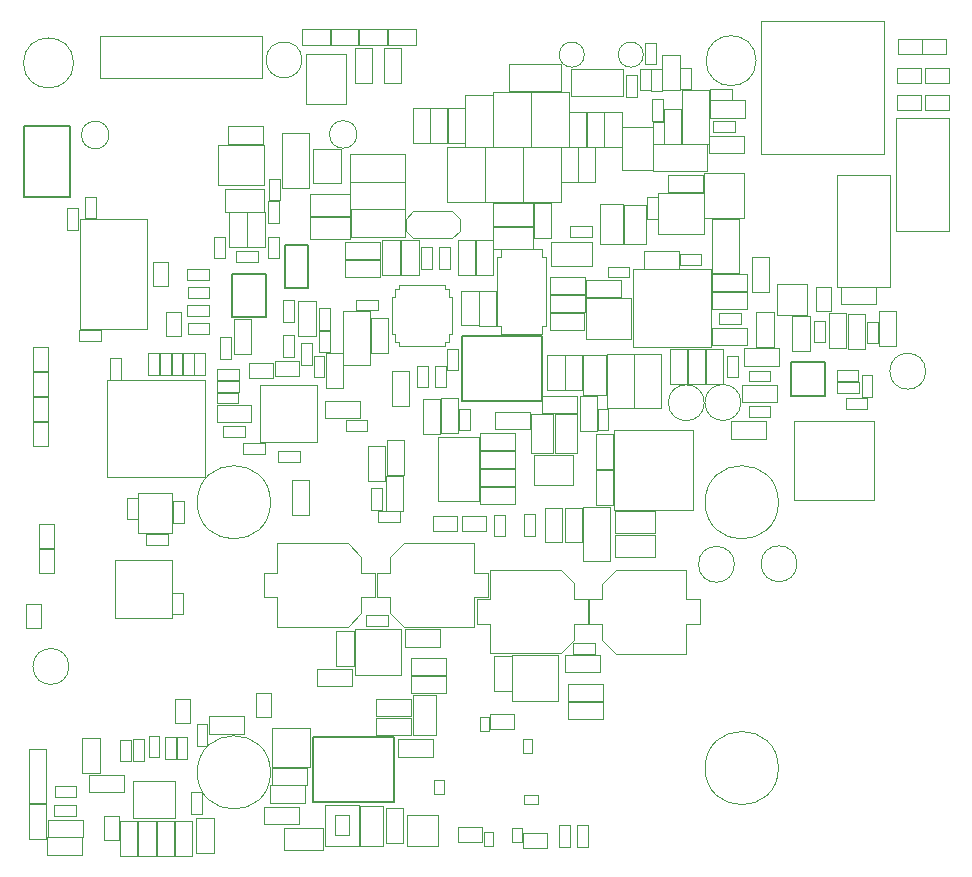
<source format=gbr>
%TF.GenerationSoftware,KiCad,Pcbnew,7.0.11-7.0.11~ubuntu22.04.1*%
%TF.CreationDate,2025-04-04T17:31:19+09:00*%
%TF.ProjectId,robot,726f626f-742e-46b6-9963-61645f706362,rev?*%
%TF.SameCoordinates,PX3938700PY9896800*%
%TF.FileFunction,Other,User*%
%FSLAX46Y46*%
G04 Gerber Fmt 4.6, Leading zero omitted, Abs format (unit mm)*
G04 Created by KiCad (PCBNEW 7.0.11-7.0.11~ubuntu22.04.1) date 2025-04-04 17:31:19*
%MOMM*%
%LPD*%
G01*
G04 APERTURE LIST*
%ADD10C,0.050000*%
%ADD11C,0.100000*%
%ADD12C,0.150000*%
%ADD13C,0.152400*%
G04 APERTURE END LIST*
D10*
%TO.C,J1*%
X133500000Y-100549999D02*
X123100000Y-100549999D01*
X123100000Y-100549999D02*
X123100000Y-89249999D01*
X123100000Y-89249999D02*
X133500000Y-89249999D01*
X133500000Y-89249999D02*
X133500000Y-100549999D01*
%TO.C,H2*%
X124600000Y-152500000D02*
G75*
G03*
X118400000Y-152500000I-3100000J0D01*
G01*
X118400000Y-152500000D02*
G75*
G03*
X124600000Y-152500000I3100000J0D01*
G01*
%TO.C,R85*%
X88478682Y-145586065D02*
X85518682Y-145586065D01*
X88478682Y-144126065D02*
X88478682Y-145586065D01*
X85518682Y-145586065D02*
X85518682Y-144126065D01*
X85518682Y-144126065D02*
X88478682Y-144126065D01*
%TO.C,C101*%
X92370000Y-150070000D02*
X95330000Y-150070000D01*
X92370000Y-151530000D02*
X92370000Y-150070000D01*
X95330000Y-150070000D02*
X95330000Y-151530000D01*
X95330000Y-151530000D02*
X92370000Y-151530000D01*
%TO.C,R9*%
X129570000Y-119830000D02*
X131430000Y-119830000D01*
X129570000Y-120770000D02*
X129570000Y-119830000D01*
X131430000Y-119830000D02*
X131430000Y-120770000D01*
X131430000Y-120770000D02*
X129570000Y-120770000D01*
%TO.C,U23*%
X99300000Y-149400000D02*
X99300000Y-148200000D01*
X100100000Y-149400000D02*
X99300000Y-149400000D01*
X99300000Y-148200000D02*
X100100000Y-148200000D01*
X100100000Y-148200000D02*
X100100000Y-149400000D01*
%TO.C,D3*%
X86691666Y-91310000D02*
X89041666Y-91310000D01*
X89041666Y-91310000D02*
X89041666Y-89910000D01*
X89041666Y-89910000D02*
X86691666Y-89910000D01*
X86691666Y-89910000D02*
X86691666Y-91310000D01*
%TO.C,TP3*%
X73515000Y-148716000D02*
X73515000Y-146684000D01*
X74785000Y-148716000D02*
X73515000Y-148716000D01*
X73515000Y-146684000D02*
X74785000Y-146684000D01*
X74785000Y-146684000D02*
X74785000Y-148716000D01*
%TO.C,TP9*%
X127765000Y-113816000D02*
X127765000Y-111784000D01*
X129035000Y-113816000D02*
X127765000Y-113816000D01*
X127765000Y-111784000D02*
X129035000Y-111784000D01*
X129035000Y-111784000D02*
X129035000Y-113816000D01*
%TO.C,TP16*%
X61515000Y-125216000D02*
X61515000Y-123184000D01*
X62785000Y-125216000D02*
X61515000Y-125216000D01*
X61515000Y-123184000D02*
X62785000Y-123184000D01*
X62785000Y-123184000D02*
X62785000Y-125216000D01*
%TO.C,R31*%
X87181130Y-143821529D02*
X87181130Y-140861529D01*
X88641130Y-143821529D02*
X87181130Y-143821529D01*
X87181130Y-140861529D02*
X88641130Y-140861529D01*
X88641130Y-140861529D02*
X88641130Y-143821529D01*
%TO.C,C78*%
X106499200Y-117532800D02*
X106499200Y-120492800D01*
X105039200Y-117532800D02*
X106499200Y-117532800D01*
X106499200Y-120492800D02*
X105039200Y-120492800D01*
X105039200Y-120492800D02*
X105039200Y-117532800D01*
%TO.C,C34*%
X106520000Y-133402869D02*
X106520000Y-130442869D01*
X107980000Y-133402869D02*
X106520000Y-133402869D01*
X106520000Y-130442869D02*
X107980000Y-130442869D01*
X107980000Y-130442869D02*
X107980000Y-133402869D01*
%TO.C,C10*%
X74183600Y-119179900D02*
X74183600Y-117359900D01*
X75103600Y-119179900D02*
X74183600Y-119179900D01*
X74183600Y-117359900D02*
X75103600Y-117359900D01*
X75103600Y-117359900D02*
X75103600Y-119179900D01*
%TO.C,U22*%
X100450000Y-157900000D02*
X100450000Y-159100000D01*
X99650000Y-157900000D02*
X100450000Y-157900000D01*
X100450000Y-159100000D02*
X99650000Y-159100000D01*
X99650000Y-159100000D02*
X99650000Y-157900000D01*
%TO.C,R79*%
X90880000Y-109380000D02*
X87920000Y-109380000D01*
X90880000Y-107920000D02*
X90880000Y-109380000D01*
X87920000Y-109380000D02*
X87920000Y-107920000D01*
X87920000Y-107920000D02*
X90880000Y-107920000D01*
%TO.C,U4*%
X108840000Y-107930200D02*
X105340000Y-107930200D01*
X105340000Y-107930200D02*
X105340000Y-109980200D01*
X105340000Y-109980200D02*
X108840000Y-109980200D01*
X108840000Y-109980200D02*
X108840000Y-107930200D01*
%TO.C,C61*%
X82319000Y-107516700D02*
X82319000Y-109336700D01*
X81399000Y-107516700D02*
X82319000Y-107516700D01*
X82319000Y-109336700D02*
X81399000Y-109336700D01*
X81399000Y-109336700D02*
X81399000Y-107516700D01*
%TO.C,U7*%
X84600000Y-96255000D02*
X84600000Y-92085000D01*
X88020000Y-96255000D02*
X84600000Y-96255000D01*
X84600000Y-92085000D02*
X88020000Y-92085000D01*
X88020000Y-92085000D02*
X88020000Y-96255000D01*
%TO.C,D4*%
X111400000Y-95600000D02*
X111400000Y-93300000D01*
X111400000Y-95600000D02*
X107000000Y-95600000D01*
X107000000Y-95600000D02*
X107000000Y-93300000D01*
X107000000Y-93300000D02*
X111400000Y-93300000D01*
%TO.C,U6*%
X103893892Y-126006831D02*
X107193892Y-126006831D01*
X103893892Y-128506831D02*
X103893892Y-126006831D01*
X107193892Y-126006831D02*
X107193892Y-128506831D01*
X107193892Y-128506831D02*
X103893892Y-128506831D01*
%TO.C,R62*%
X119006892Y-115228831D02*
X121966892Y-115228831D01*
X119006892Y-116688831D02*
X119006892Y-115228831D01*
X121966892Y-115228831D02*
X121966892Y-116688831D01*
X121966892Y-116688831D02*
X119006892Y-116688831D01*
%TO.C,C6*%
X71237200Y-119179900D02*
X71237200Y-117359900D01*
X72157200Y-119179900D02*
X71237200Y-119179900D01*
X71237200Y-117359900D02*
X72157200Y-117359900D01*
X72157200Y-117359900D02*
X72157200Y-119179900D01*
%TO.C,C35*%
X82268201Y-125683900D02*
X84088201Y-125683900D01*
X82268201Y-126603900D02*
X82268201Y-125683900D01*
X84088201Y-125683900D02*
X84088201Y-126603900D01*
X84088201Y-126603900D02*
X82268201Y-126603900D01*
%TO.C,C66*%
X86660000Y-115470000D02*
X86660000Y-117290000D01*
X85740000Y-115470000D02*
X86660000Y-115470000D01*
X86660000Y-117290000D02*
X85740000Y-117290000D01*
X85740000Y-117290000D02*
X85740000Y-115470000D01*
%TO.C,R30*%
X93456130Y-144711529D02*
X96416130Y-144711529D01*
X93456130Y-146171529D02*
X93456130Y-144711529D01*
X96416130Y-144711529D02*
X96416130Y-146171529D01*
X96416130Y-146171529D02*
X93456130Y-146171529D01*
%TO.C,R25*%
X89191400Y-122866800D02*
X86231400Y-122866800D01*
X89191400Y-121406800D02*
X89191400Y-122866800D01*
X86231400Y-122866800D02*
X86231400Y-121406800D01*
X86231400Y-121406800D02*
X89191400Y-121406800D01*
%TO.C,C56*%
X79930000Y-114520000D02*
X79930000Y-117480000D01*
X78470000Y-114520000D02*
X79930000Y-114520000D01*
X79930000Y-117480000D02*
X78470000Y-117480000D01*
X78470000Y-117480000D02*
X78470000Y-114520000D01*
%TO.C,R22*%
X77024400Y-121756300D02*
X79984400Y-121756300D01*
X77024400Y-123216300D02*
X77024400Y-121756300D01*
X79984400Y-121756300D02*
X79984400Y-123216300D01*
X79984400Y-123216300D02*
X77024400Y-123216300D01*
%TO.C,C32*%
X103051892Y-132832869D02*
X103051892Y-131012869D01*
X103971892Y-132832869D02*
X103051892Y-132832869D01*
X103051892Y-131012869D02*
X103971892Y-131012869D01*
X103971892Y-131012869D02*
X103971892Y-132832869D01*
%TO.C,C36*%
X77594400Y-123550300D02*
X79414400Y-123550300D01*
X77594400Y-124470300D02*
X77594400Y-123550300D01*
X79414400Y-123550300D02*
X79414400Y-124470300D01*
X79414400Y-124470300D02*
X77594400Y-124470300D01*
%TO.C,TP8*%
X136666000Y-96785000D02*
X134634000Y-96785000D01*
X136666000Y-95515000D02*
X136666000Y-96785000D01*
X134634000Y-96785000D02*
X134634000Y-95515000D01*
X134634000Y-95515000D02*
X136666000Y-95515000D01*
%TO.C,C130*%
X107630000Y-99945000D02*
X107630000Y-102905000D01*
X106170000Y-99945000D02*
X107630000Y-99945000D01*
X107630000Y-102905000D02*
X106170000Y-102905000D01*
X106170000Y-102905000D02*
X106170000Y-99945000D01*
%TO.C,R100*%
X113830000Y-95140000D02*
X113830000Y-93280000D01*
X114770000Y-95140000D02*
X113830000Y-95140000D01*
X113830000Y-93280000D02*
X114770000Y-93280000D01*
X114770000Y-93280000D02*
X114770000Y-95140000D01*
%TO.C,C50*%
X75340000Y-150610000D02*
X75340000Y-148790000D01*
X76260000Y-150610000D02*
X75340000Y-150610000D01*
X75340000Y-148790000D02*
X76260000Y-148790000D01*
X76260000Y-148790000D02*
X76260000Y-150610000D01*
%TO.C,U2*%
X65429193Y-115332431D02*
X71149193Y-115332431D01*
X71149193Y-115332431D02*
X71149193Y-106032431D01*
X65429193Y-106032431D02*
X65429193Y-115332431D01*
X71149193Y-106032431D02*
X65429193Y-106032431D01*
%TO.C,R84*%
X91470000Y-127680000D02*
X91470000Y-124720000D01*
X92930000Y-127680000D02*
X91470000Y-127680000D01*
X91470000Y-124720000D02*
X92930000Y-124720000D01*
X92930000Y-124720000D02*
X92930000Y-127680000D01*
%TO.C,C38*%
X85240000Y-119410000D02*
X85240000Y-117590000D01*
X86160000Y-119410000D02*
X85240000Y-119410000D01*
X85240000Y-117590000D02*
X86160000Y-117590000D01*
X86160000Y-117590000D02*
X86160000Y-119410000D01*
%TO.C,R38*%
X68870000Y-159930000D02*
X68870000Y-156970000D01*
X70330000Y-159930000D02*
X68870000Y-159930000D01*
X68870000Y-156970000D02*
X70330000Y-156970000D01*
X70330000Y-156970000D02*
X70330000Y-159930000D01*
%TO.C,R2*%
X65330000Y-105090000D02*
X65330000Y-106950000D01*
X64390000Y-105090000D02*
X65330000Y-105090000D01*
X65330000Y-106950000D02*
X64390000Y-106950000D01*
X64390000Y-106950000D02*
X64390000Y-105090000D01*
%TO.C,Q3*%
X121720000Y-102092500D02*
X118320000Y-102092500D01*
X118320000Y-102092500D02*
X118320000Y-105932500D01*
X121720000Y-105932500D02*
X121720000Y-102092500D01*
X118320000Y-105932500D02*
X121720000Y-105932500D01*
%TO.C,H5*%
X124600000Y-130000000D02*
G75*
G03*
X118400000Y-130000000I-3100000J0D01*
G01*
X118400000Y-130000000D02*
G75*
G03*
X124600000Y-130000000I3100000J0D01*
G01*
%TO.C,R33*%
X106970000Y-157320000D02*
X106970000Y-159180000D01*
X106030000Y-157320000D02*
X106970000Y-157320000D01*
X106970000Y-159180000D02*
X106030000Y-159180000D01*
X106030000Y-159180000D02*
X106030000Y-157320000D01*
%TO.C,C27*%
X107766892Y-123938831D02*
X107766892Y-120978831D01*
X109226892Y-123938831D02*
X107766892Y-123938831D01*
X107766892Y-120978831D02*
X109226892Y-120978831D01*
X109226892Y-120978831D02*
X109226892Y-123938831D01*
%TO.C,R11*%
X93675000Y-149680000D02*
X93675000Y-146320000D01*
X95575000Y-149680000D02*
X93675000Y-149680000D01*
X93675000Y-146320000D02*
X95575000Y-146320000D01*
X95575000Y-146320000D02*
X95575000Y-149680000D01*
%TO.C,C94*%
X129520000Y-118790000D02*
X131340000Y-118790000D01*
X129520000Y-119710000D02*
X129520000Y-118790000D01*
X131340000Y-118790000D02*
X131340000Y-119710000D01*
X131340000Y-119710000D02*
X129520000Y-119710000D01*
%TO.C,R71*%
X114110000Y-134650000D02*
X110750000Y-134650000D01*
X114110000Y-132750000D02*
X114110000Y-134650000D01*
X110750000Y-134650000D02*
X110750000Y-132750000D01*
X110750000Y-132750000D02*
X114110000Y-132750000D01*
%TO.C,C54*%
X65135400Y-154930400D02*
X63315400Y-154930400D01*
X65135400Y-154010400D02*
X65135400Y-154930400D01*
X63315400Y-154930400D02*
X63315400Y-154010400D01*
X63315400Y-154010400D02*
X65135400Y-154010400D01*
%TO.C,R105*%
X95080000Y-96595000D02*
X95080000Y-99555000D01*
X93620000Y-96595000D02*
X95080000Y-96595000D01*
X95080000Y-99555000D02*
X93620000Y-99555000D01*
X93620000Y-99555000D02*
X93620000Y-96595000D01*
D11*
%TO.C,IC1*%
X85187000Y-100125000D02*
X87587000Y-100125000D01*
X85187000Y-102925000D02*
X85187000Y-100125000D01*
X87587000Y-100125000D02*
X87587000Y-102925000D01*
X87587000Y-102925000D02*
X85187000Y-102925000D01*
D10*
%TO.C,C8*%
X73218400Y-119179900D02*
X73218400Y-117359900D01*
X74138400Y-119179900D02*
X73218400Y-119179900D01*
X73218400Y-117359900D02*
X74138400Y-117359900D01*
X74138400Y-117359900D02*
X74138400Y-119179900D01*
%TO.C,TP7*%
X60865000Y-140616000D02*
X60865000Y-138584000D01*
X62135000Y-140616000D02*
X60865000Y-140616000D01*
X60865000Y-138584000D02*
X62135000Y-138584000D01*
X62135000Y-138584000D02*
X62135000Y-140616000D01*
%TO.C,C62*%
X81420400Y-106310300D02*
X81420400Y-104490300D01*
X82340400Y-106310300D02*
X81420400Y-106310300D01*
X81420400Y-104490300D02*
X82340400Y-104490300D01*
X82340400Y-104490300D02*
X82340400Y-106310300D01*
%TO.C,C60*%
X78688400Y-108728700D02*
X80508400Y-108728700D01*
X78688400Y-109648700D02*
X78688400Y-108728700D01*
X80508400Y-108728700D02*
X80508400Y-109648700D01*
X80508400Y-109648700D02*
X78688400Y-109648700D01*
%TO.C,Q5*%
X85575342Y-124900042D02*
X80679460Y-124900042D01*
X85575342Y-120080158D02*
X85575342Y-124900042D01*
X80679460Y-124900042D02*
X80679460Y-120080158D01*
X80679460Y-120080158D02*
X85575342Y-120080158D01*
%TO.C,R5*%
X74260000Y-129930000D02*
X74260000Y-131790000D01*
X73320000Y-129930000D02*
X74260000Y-129930000D01*
X74260000Y-131790000D02*
X73320000Y-131790000D01*
X73320000Y-131790000D02*
X73320000Y-129930000D01*
%TO.C,C95*%
X130290000Y-121140000D02*
X132110000Y-121140000D01*
X130290000Y-122060000D02*
X130290000Y-121140000D01*
X132110000Y-121140000D02*
X132110000Y-122060000D01*
X132110000Y-122060000D02*
X130290000Y-122060000D01*
%TO.C,D2*%
X84275000Y-91310000D02*
X86625000Y-91310000D01*
X86625000Y-91310000D02*
X86625000Y-89910000D01*
X86625000Y-89910000D02*
X84275000Y-89910000D01*
X84275000Y-89910000D02*
X84275000Y-91310000D01*
%TO.C,Q7*%
X77167500Y-99750000D02*
X77167500Y-103150000D01*
X77167500Y-103150000D02*
X81007500Y-103150000D01*
X81007500Y-99750000D02*
X77167500Y-99750000D01*
X81007500Y-103150000D02*
X81007500Y-99750000D01*
%TO.C,C107*%
X88350000Y-102850000D02*
X92950000Y-102850000D01*
X88350000Y-105150000D02*
X88350000Y-102850000D01*
X92950000Y-102850000D02*
X92950000Y-105150000D01*
X92950000Y-105150000D02*
X88350000Y-105150000D01*
%TO.C,TP39*%
X84260000Y-92540000D02*
G75*
G03*
X81220000Y-92540000I-1520000J0D01*
G01*
X81220000Y-92540000D02*
G75*
G03*
X84260000Y-92540000I1520000J0D01*
G01*
%TO.C,R45*%
X79629000Y-108395900D02*
X79629000Y-105435900D01*
X81089000Y-108395900D02*
X79629000Y-108395900D01*
X79629000Y-105435900D02*
X81089000Y-105435900D01*
X81089000Y-105435900D02*
X81089000Y-108395900D01*
%TO.C,R10*%
X83415207Y-131077869D02*
X83415207Y-128117869D01*
X84875207Y-131077869D02*
X83415207Y-131077869D01*
X83415207Y-128117869D02*
X84875207Y-128117869D01*
X84875207Y-128117869D02*
X84875207Y-131077869D01*
%TO.C,R77*%
X88330000Y-105800000D02*
X84970000Y-105800000D01*
X88330000Y-103900000D02*
X88330000Y-105800000D01*
X84970000Y-105800000D02*
X84970000Y-103900000D01*
X84970000Y-103900000D02*
X88330000Y-103900000D01*
%TO.C,R24*%
X87730000Y-117395000D02*
X87730000Y-120355000D01*
X86270000Y-117395000D02*
X87730000Y-117395000D01*
X87730000Y-120355000D02*
X86270000Y-120355000D01*
X86270000Y-120355000D02*
X86270000Y-117395000D01*
%TO.C,R64*%
X119006892Y-112178831D02*
X121966892Y-112178831D01*
X119006892Y-113638831D02*
X119006892Y-112178831D01*
X121966892Y-112178831D02*
X121966892Y-113638831D01*
X121966892Y-113638831D02*
X119006892Y-113638831D01*
%TO.C,U16*%
X89130000Y-159080000D02*
X86170000Y-159080000D01*
X89130000Y-155620000D02*
X89130000Y-159080000D01*
X89130000Y-155620000D02*
X86170000Y-155620000D01*
X86170000Y-155620000D02*
X86170000Y-159080000D01*
X88250000Y-158200000D02*
X87050000Y-158200000D01*
X87050000Y-158200000D02*
X87050000Y-156500000D01*
X87050000Y-156500000D02*
X88250000Y-156500000D01*
X88250000Y-156500000D02*
X88250000Y-158200000D01*
%TO.C,H6*%
X81600000Y-130000000D02*
G75*
G03*
X75400000Y-130000000I-3100000J0D01*
G01*
X75400000Y-130000000D02*
G75*
G03*
X81600000Y-130000000I3100000J0D01*
G01*
%TO.C,C47*%
X71274400Y-151567600D02*
X71274400Y-149747600D01*
X72194400Y-151567600D02*
X71274400Y-151567600D01*
X71274400Y-149747600D02*
X72194400Y-149747600D01*
X72194400Y-149747600D02*
X72194400Y-151567600D01*
%TO.C,TP11*%
X63285000Y-133984000D02*
X63285000Y-136016000D01*
X62015000Y-133984000D02*
X63285000Y-133984000D01*
X63285000Y-136016000D02*
X62015000Y-136016000D01*
X62015000Y-136016000D02*
X62015000Y-133984000D01*
%TO.C,C109*%
X116400000Y-99650000D02*
X116400000Y-95050000D01*
X118700000Y-99650000D02*
X116400000Y-99650000D01*
X116400000Y-95050000D02*
X118700000Y-95050000D01*
X118700000Y-95050000D02*
X118700000Y-99650000D01*
%TO.C,TP2*%
X61515000Y-118916000D02*
X61515000Y-116884000D01*
X62785000Y-118916000D02*
X61515000Y-118916000D01*
X61515000Y-116884000D02*
X62785000Y-116884000D01*
X62785000Y-116884000D02*
X62785000Y-118916000D01*
%TO.C,R46*%
X83624400Y-112856100D02*
X83624400Y-114716100D01*
X82684400Y-112856100D02*
X83624400Y-112856100D01*
X83624400Y-114716100D02*
X82684400Y-114716100D01*
X82684400Y-114716100D02*
X82684400Y-112856100D01*
%TO.C,C111*%
X120910000Y-98660000D02*
X119090000Y-98660000D01*
X120910000Y-97740000D02*
X120910000Y-98660000D01*
X119090000Y-98660000D02*
X119090000Y-97740000D01*
X119090000Y-97740000D02*
X120910000Y-97740000D01*
%TO.C,C2*%
X70340000Y-129600000D02*
X70340000Y-131420000D01*
X69420000Y-129600000D02*
X70340000Y-129600000D01*
X70340000Y-131420000D02*
X69420000Y-131420000D01*
X69420000Y-131420000D02*
X69420000Y-129600000D01*
%TO.C,TP6*%
X67465000Y-158566000D02*
X67465000Y-156534000D01*
X68735000Y-158566000D02*
X67465000Y-158566000D01*
X67465000Y-156534000D02*
X68735000Y-156534000D01*
X68735000Y-156534000D02*
X68735000Y-158566000D01*
%TO.C,S3*%
X134050000Y-102250000D02*
X134050000Y-111750000D01*
X129550000Y-102250000D02*
X134050000Y-102250000D01*
X134050000Y-111750000D02*
X129550000Y-111750000D01*
X129550000Y-111750000D02*
X129550000Y-102250000D01*
%TO.C,C53*%
X65110000Y-156530600D02*
X63290000Y-156530600D01*
X65110000Y-155610600D02*
X65110000Y-156530600D01*
X63290000Y-156530600D02*
X63290000Y-155610600D01*
X63290000Y-155610600D02*
X65110000Y-155610600D01*
%TO.C,TP22*%
X136784000Y-90765000D02*
X138816000Y-90765000D01*
X136784000Y-92035000D02*
X136784000Y-90765000D01*
X138816000Y-90765000D02*
X138816000Y-92035000D01*
X138816000Y-92035000D02*
X136784000Y-92035000D01*
%TO.C,R92*%
X124680000Y-118430000D02*
X121720000Y-118430000D01*
X124680000Y-116970000D02*
X124680000Y-118430000D01*
X121720000Y-118430000D02*
X121720000Y-116970000D01*
X121720000Y-116970000D02*
X124680000Y-116970000D01*
%TO.C,R70*%
X105546892Y-122498831D02*
X105546892Y-125858831D01*
X103646892Y-122498831D02*
X105546892Y-122498831D01*
X105546892Y-125858831D02*
X103646892Y-125858831D01*
X103646892Y-125858831D02*
X103646892Y-122498831D01*
%TO.C,TP5*%
X80365000Y-148166000D02*
X80365000Y-146134000D01*
X81635000Y-148166000D02*
X80365000Y-148166000D01*
X80365000Y-146134000D02*
X81635000Y-146134000D01*
X81635000Y-146134000D02*
X81635000Y-148166000D01*
%TO.C,C43*%
X93018682Y-140761529D02*
X95978682Y-140761529D01*
X93018682Y-142221529D02*
X93018682Y-140761529D01*
X95978682Y-140761529D02*
X95978682Y-142221529D01*
X95978682Y-142221529D02*
X93018682Y-142221529D01*
%TO.C,C89*%
X108525000Y-138225000D02*
X108525000Y-140325000D01*
X108525000Y-140325000D02*
X109675000Y-140325000D01*
X109675000Y-136875000D02*
X109675000Y-138225000D01*
X109675000Y-136875000D02*
X110825000Y-135725000D01*
X109675000Y-138225000D02*
X108525000Y-138225000D01*
X109675000Y-140325000D02*
X109675000Y-141675000D01*
X109675000Y-141675000D02*
X110825000Y-142825000D01*
X110825000Y-135725000D02*
X116775000Y-135725000D01*
X110825000Y-142825000D02*
X116775000Y-142825000D01*
X116775000Y-135725000D02*
X116775000Y-138225000D01*
X116775000Y-138225000D02*
X117925000Y-138225000D01*
X116775000Y-140325000D02*
X116775000Y-142825000D01*
X117925000Y-138225000D02*
X117925000Y-140325000D01*
X117925000Y-140325000D02*
X116775000Y-140325000D01*
%TO.C,R81*%
X92670000Y-110780000D02*
X92670000Y-107820000D01*
X94130000Y-110780000D02*
X92670000Y-110780000D01*
X92670000Y-107820000D02*
X94130000Y-107820000D01*
X94130000Y-107820000D02*
X94130000Y-110780000D01*
%TO.C,C41*%
X91510000Y-140460000D02*
X89690000Y-140460000D01*
X91510000Y-139540000D02*
X91510000Y-140460000D01*
X89690000Y-140460000D02*
X89690000Y-139540000D01*
X89690000Y-139540000D02*
X91510000Y-139540000D01*
%TO.C,R65*%
X79330000Y-149580000D02*
X76370000Y-149580000D01*
X79330000Y-148120000D02*
X79330000Y-149580000D01*
X76370000Y-149580000D02*
X76370000Y-148120000D01*
X76370000Y-148120000D02*
X79330000Y-148120000D01*
%TO.C,R68*%
X103830000Y-106600000D02*
X100470000Y-106600000D01*
X103830000Y-104700000D02*
X103830000Y-106600000D01*
X100470000Y-106600000D02*
X100470000Y-104700000D01*
X100470000Y-104700000D02*
X103830000Y-104700000D01*
%TO.C,TP19*%
X99816000Y-132435000D02*
X97784000Y-132435000D01*
X99816000Y-131165000D02*
X99816000Y-132435000D01*
X97784000Y-132435000D02*
X97784000Y-131165000D01*
X97784000Y-131165000D02*
X99816000Y-131165000D01*
%TO.C,R76*%
X108180000Y-115430000D02*
X105220000Y-115430000D01*
X108180000Y-113970000D02*
X108180000Y-115430000D01*
X105220000Y-115430000D02*
X105220000Y-113970000D01*
X105220000Y-113970000D02*
X108180000Y-113970000D01*
%TO.C,R37*%
X71880000Y-156970000D02*
X71880000Y-159930000D01*
X70420000Y-156970000D02*
X71880000Y-156970000D01*
X71880000Y-159930000D02*
X70420000Y-159930000D01*
X70420000Y-159930000D02*
X70420000Y-156970000D01*
%TO.C,C69*%
X96414199Y-118455200D02*
X96414199Y-120275200D01*
X95494199Y-118455200D02*
X96414199Y-118455200D01*
X96414199Y-120275200D02*
X95494199Y-120275200D01*
X95494199Y-120275200D02*
X95494199Y-118455200D01*
%TO.C,R18*%
X111239300Y-112652000D02*
X108279300Y-112652000D01*
X111239300Y-111192000D02*
X111239300Y-112652000D01*
X108279300Y-112652000D02*
X108279300Y-111192000D01*
X108279300Y-111192000D02*
X111239300Y-111192000D01*
%TO.C,R44*%
X81078400Y-105392100D02*
X77718400Y-105392100D01*
X81078400Y-103492100D02*
X81078400Y-105392100D01*
X77718400Y-105392100D02*
X77718400Y-103492100D01*
X77718400Y-103492100D02*
X81078400Y-103492100D01*
%TO.C,Q1*%
X112111100Y-116136600D02*
X112111100Y-112736600D01*
X112111100Y-112736600D02*
X108271100Y-112736600D01*
X108271100Y-116136600D02*
X112111100Y-116136600D01*
X108271100Y-112736600D02*
X108271100Y-116136600D01*
%TO.C,C44*%
X74177500Y-137670000D02*
X74177500Y-139490000D01*
X73257500Y-137670000D02*
X74177500Y-137670000D01*
X74177500Y-139490000D02*
X73257500Y-139490000D01*
X73257500Y-139490000D02*
X73257500Y-137670000D01*
%TO.C,U9*%
X92661130Y-144641529D02*
X92661130Y-140741529D01*
X92661130Y-140741529D02*
X88761130Y-140741529D01*
X88761130Y-144641529D02*
X92661130Y-144641529D01*
X88761130Y-140741529D02*
X88761130Y-144641529D01*
%TO.C,TP23*%
X134684000Y-90765000D02*
X136716000Y-90765000D01*
X134684000Y-92035000D02*
X134684000Y-90765000D01*
X136716000Y-90765000D02*
X136716000Y-92035000D01*
X136716000Y-92035000D02*
X134684000Y-92035000D01*
%TO.C,R57*%
X90570000Y-148220000D02*
X93530000Y-148220000D01*
X90570000Y-149680000D02*
X90570000Y-148220000D01*
X93530000Y-148220000D02*
X93530000Y-149680000D01*
X93530000Y-149680000D02*
X90570000Y-149680000D01*
%TO.C,C12*%
X77058400Y-120705500D02*
X78878400Y-120705500D01*
X77058400Y-121625500D02*
X77058400Y-120705500D01*
X78878400Y-120705500D02*
X78878400Y-121625500D01*
X78878400Y-121625500D02*
X77058400Y-121625500D01*
%TO.C,R103*%
X98080000Y-96595000D02*
X98080000Y-99555000D01*
X96620000Y-96595000D02*
X98080000Y-96595000D01*
X98080000Y-99555000D02*
X96620000Y-99555000D01*
X96620000Y-99555000D02*
X96620000Y-96595000D01*
%TO.C,C25*%
X103530000Y-123830000D02*
X100570000Y-123830000D01*
X103530000Y-122370000D02*
X103530000Y-123830000D01*
X100570000Y-123830000D02*
X100570000Y-122370000D01*
X100570000Y-122370000D02*
X103530000Y-122370000D01*
%TO.C,TP20*%
X136984000Y-93265000D02*
X139016000Y-93265000D01*
X136984000Y-94535000D02*
X136984000Y-93265000D01*
X139016000Y-93265000D02*
X139016000Y-94535000D01*
X139016000Y-94535000D02*
X136984000Y-94535000D01*
%TO.C,U25*%
X124450000Y-114150000D02*
X127050000Y-114150000D01*
X127050000Y-114150000D02*
X127050000Y-111550000D01*
X127050000Y-111550000D02*
X124450000Y-111550000D01*
X124450000Y-111550000D02*
X124450000Y-114150000D01*
%TO.C,R78*%
X88317500Y-107725000D02*
X84957500Y-107725000D01*
X88317500Y-105825000D02*
X88317500Y-107725000D01*
X84957500Y-107725000D02*
X84957500Y-105825000D01*
X84957500Y-105825000D02*
X88317500Y-105825000D01*
%TO.C,TP30*%
X118320000Y-121570495D02*
G75*
G03*
X115280000Y-121570495I-1520000J0D01*
G01*
X115280000Y-121570495D02*
G75*
G03*
X118320000Y-121570495I1520000J0D01*
G01*
%TO.C,R101*%
X112620000Y-93820000D02*
X112620000Y-95680000D01*
X111680000Y-93820000D02*
X112620000Y-93820000D01*
X112620000Y-95680000D02*
X111680000Y-95680000D01*
X111680000Y-95680000D02*
X111680000Y-93820000D01*
%TO.C,C103*%
X116231892Y-108978831D02*
X118051892Y-108978831D01*
X116231892Y-109898831D02*
X116231892Y-108978831D01*
X118051892Y-108978831D02*
X118051892Y-109898831D01*
X118051892Y-109898831D02*
X116231892Y-109898831D01*
%TO.C,C108*%
X88350000Y-100550000D02*
X92950000Y-100550000D01*
X88350000Y-102850000D02*
X88350000Y-100550000D01*
X92950000Y-100550000D02*
X92950000Y-102850000D01*
X92950000Y-102850000D02*
X88350000Y-102850000D01*
%TO.C,R69*%
X107546892Y-122493831D02*
X107546892Y-125853831D01*
X105646892Y-122493831D02*
X107546892Y-122493831D01*
X107546892Y-125853831D02*
X105646892Y-125853831D01*
X105646892Y-125853831D02*
X105646892Y-122493831D01*
%TO.C,R16*%
X108189000Y-112387800D02*
X105229000Y-112387800D01*
X108189000Y-110927800D02*
X108189000Y-112387800D01*
X105229000Y-112387800D02*
X105229000Y-110927800D01*
X105229000Y-110927800D02*
X108189000Y-110927800D01*
%TO.C,H1*%
X81600000Y-152865000D02*
G75*
G03*
X75400000Y-152865000I-3100000J0D01*
G01*
X75400000Y-152865000D02*
G75*
G03*
X81600000Y-152865000I3100000J0D01*
G01*
%TO.C,R74*%
X86080000Y-159450000D02*
X82720000Y-159450000D01*
X86080000Y-157550000D02*
X86080000Y-159450000D01*
X82720000Y-159450000D02*
X82720000Y-157550000D01*
X82720000Y-157550000D02*
X86080000Y-157550000D01*
%TO.C,Q4*%
X118262500Y-107250000D02*
X118262500Y-103850000D01*
X118262500Y-103850000D02*
X114422500Y-103850000D01*
X114422500Y-107250000D02*
X118262500Y-107250000D01*
X114422500Y-103850000D02*
X114422500Y-107250000D01*
%TO.C,R34*%
X62690600Y-158370000D02*
X65650600Y-158370000D01*
X62690600Y-159830000D02*
X62690600Y-158370000D01*
X65650600Y-158370000D02*
X65650600Y-159830000D01*
X65650600Y-159830000D02*
X62690600Y-159830000D01*
%TO.C,R13*%
X84680000Y-153930000D02*
X81720000Y-153930000D01*
X84680000Y-152470000D02*
X84680000Y-153930000D01*
X81720000Y-153930000D02*
X81720000Y-152470000D01*
X81720000Y-152470000D02*
X84680000Y-152470000D01*
%TO.C,R43*%
X78106400Y-108395900D02*
X78106400Y-105435900D01*
X79566400Y-108395900D02*
X78106400Y-108395900D01*
X78106400Y-105435900D02*
X79566400Y-105435900D01*
X79566400Y-105435900D02*
X79566400Y-108395900D01*
%TO.C,C72*%
X90660000Y-113760000D02*
X88840000Y-113760000D01*
X90660000Y-112840000D02*
X90660000Y-113760000D01*
X88840000Y-113760000D02*
X88840000Y-112840000D01*
X88840000Y-112840000D02*
X90660000Y-112840000D01*
%TO.C,C63*%
X81440000Y-104430000D02*
X81440000Y-102610000D01*
X82360000Y-104430000D02*
X81440000Y-104430000D01*
X81440000Y-102610000D02*
X82360000Y-102610000D01*
X82360000Y-102610000D02*
X82360000Y-104430000D01*
%TO.C,C57*%
X76404800Y-115735600D02*
X74584800Y-115735600D01*
X76404800Y-114815600D02*
X76404800Y-115735600D01*
X74584800Y-115735600D02*
X74584800Y-114815600D01*
X74584800Y-114815600D02*
X76404800Y-114815600D01*
%TO.C,C91*%
X110350000Y-130400000D02*
X110350000Y-135000000D01*
X108050000Y-130400000D02*
X110350000Y-130400000D01*
X110350000Y-135000000D02*
X108050000Y-135000000D01*
X108050000Y-135000000D02*
X108050000Y-130400000D01*
%TO.C,C28*%
X102324892Y-130145831D02*
X99364892Y-130145831D01*
X102324892Y-128685831D02*
X102324892Y-130145831D01*
X99364892Y-130145831D02*
X99364892Y-128685831D01*
X99364892Y-128685831D02*
X102324892Y-128685831D01*
%TO.C,C83*%
X114650000Y-117450000D02*
X114650000Y-122050000D01*
X112350000Y-117450000D02*
X114650000Y-117450000D01*
X114650000Y-122050000D02*
X112350000Y-122050000D01*
X112350000Y-122050000D02*
X112350000Y-117450000D01*
%TO.C,R7*%
X90670000Y-130730000D02*
X92530000Y-130730000D01*
X90670000Y-131670000D02*
X90670000Y-130730000D01*
X92530000Y-130730000D02*
X92530000Y-131670000D01*
X92530000Y-131670000D02*
X90670000Y-131670000D01*
%TO.C,U21*%
X102950000Y-151250000D02*
X102950000Y-150050000D01*
X103750000Y-151250000D02*
X102950000Y-151250000D01*
X102950000Y-150050000D02*
X103750000Y-150050000D01*
X103750000Y-150050000D02*
X103750000Y-151250000D01*
%TO.C,C79*%
X90050000Y-113800000D02*
X90050000Y-118400000D01*
X87750000Y-113800000D02*
X90050000Y-113800000D01*
X90050000Y-118400000D02*
X87750000Y-118400000D01*
X87750000Y-118400000D02*
X87750000Y-113800000D01*
%TO.C,C131*%
X106150000Y-99950000D02*
X106150000Y-104550000D01*
X102950000Y-99950000D02*
X106150000Y-99950000D01*
X106150000Y-104550000D02*
X102950000Y-104550000D01*
X102950000Y-104550000D02*
X102950000Y-99950000D01*
%TO.C,C26*%
X102324892Y-125573831D02*
X99364892Y-125573831D01*
X102324892Y-124113831D02*
X102324892Y-125573831D01*
X99364892Y-125573831D02*
X99364892Y-124113831D01*
X99364892Y-124113831D02*
X102324892Y-124113831D01*
%TO.C,R42*%
X74564800Y-113281600D02*
X76424800Y-113281600D01*
X74564800Y-114221600D02*
X74564800Y-113281600D01*
X76424800Y-113281600D02*
X76424800Y-114221600D01*
X76424800Y-114221600D02*
X74564800Y-114221600D01*
%TO.C,C22*%
X106990000Y-106640000D02*
X108810000Y-106640000D01*
X106990000Y-107560000D02*
X106990000Y-106640000D01*
X108810000Y-106640000D02*
X108810000Y-107560000D01*
X108810000Y-107560000D02*
X106990000Y-107560000D01*
%TO.C,C9*%
X72253200Y-119179900D02*
X72253200Y-117359900D01*
X73173200Y-119179900D02*
X72253200Y-119179900D01*
X72253200Y-117359900D02*
X73173200Y-117359900D01*
X73173200Y-117359900D02*
X73173200Y-119179900D01*
%TO.C,R4*%
X78926400Y-120642869D02*
X77066400Y-120642869D01*
X78926400Y-119702869D02*
X78926400Y-120642869D01*
X77066400Y-120642869D02*
X77066400Y-119702869D01*
X77066400Y-119702869D02*
X78926400Y-119702869D01*
%TO.C,C90*%
X90600000Y-135950000D02*
X90600000Y-138050000D01*
X90600000Y-138050000D02*
X91750000Y-138050000D01*
X91750000Y-134600000D02*
X91750000Y-135950000D01*
X91750000Y-134600000D02*
X92900000Y-133450000D01*
X91750000Y-135950000D02*
X90600000Y-135950000D01*
X91750000Y-138050000D02*
X91750000Y-139400000D01*
X91750000Y-139400000D02*
X92900000Y-140550000D01*
X92900000Y-133450000D02*
X98850000Y-133450000D01*
X92900000Y-140550000D02*
X98850000Y-140550000D01*
X98850000Y-133450000D02*
X98850000Y-135950000D01*
X98850000Y-135950000D02*
X100000000Y-135950000D01*
X98850000Y-138050000D02*
X98850000Y-140550000D01*
X100000000Y-135950000D02*
X100000000Y-138050000D01*
X100000000Y-138050000D02*
X98850000Y-138050000D01*
%TO.C,C15*%
X68010000Y-119610000D02*
X68010000Y-117790000D01*
X68930000Y-119610000D02*
X68010000Y-119610000D01*
X68010000Y-117790000D02*
X68930000Y-117790000D01*
X68930000Y-117790000D02*
X68930000Y-119610000D01*
%TO.C,C106*%
X88375000Y-105200000D02*
X92975000Y-105200000D01*
X88375000Y-107500000D02*
X88375000Y-105200000D01*
X92975000Y-105200000D02*
X92975000Y-107500000D01*
X92975000Y-107500000D02*
X88375000Y-107500000D01*
%TO.C,TP29*%
X88916190Y-98850000D02*
G75*
G03*
X86583810Y-98850000I-1166190J0D01*
G01*
X86583810Y-98850000D02*
G75*
G03*
X88916190Y-98850000I1166190J0D01*
G01*
%TO.C,C58*%
X76404800Y-112687600D02*
X74584800Y-112687600D01*
X76404800Y-111767600D02*
X76404800Y-112687600D01*
X74584800Y-112687600D02*
X74584800Y-111767600D01*
X74584800Y-111767600D02*
X76404800Y-111767600D01*
%TO.C,R60*%
X116931892Y-119988831D02*
X116931892Y-117028831D01*
X118391892Y-119988831D02*
X116931892Y-119988831D01*
X116931892Y-117028831D02*
X118391892Y-117028831D01*
X118391892Y-117028831D02*
X118391892Y-119988831D01*
%TO.C,R32*%
X108495000Y-157320000D02*
X108495000Y-159180000D01*
X107555000Y-157320000D02*
X108495000Y-157320000D01*
X108495000Y-159180000D02*
X107555000Y-159180000D01*
X107555000Y-159180000D02*
X107555000Y-157320000D01*
%TO.C,TP27*%
X81816000Y-119435000D02*
X79784000Y-119435000D01*
X81816000Y-118165000D02*
X81816000Y-119435000D01*
X79784000Y-119435000D02*
X79784000Y-118165000D01*
X79784000Y-118165000D02*
X81816000Y-118165000D01*
%TO.C,Y1*%
X73220000Y-129180000D02*
X70420000Y-129180000D01*
X70420000Y-129180000D02*
X70420000Y-132580000D01*
X73220000Y-132580000D02*
X73220000Y-129180000D01*
X70420000Y-132580000D02*
X73220000Y-132580000D01*
%TO.C,TP15*%
X136984000Y-95515000D02*
X139016000Y-95515000D01*
X136984000Y-96785000D02*
X136984000Y-95515000D01*
X139016000Y-95515000D02*
X139016000Y-96785000D01*
X139016000Y-96785000D02*
X136984000Y-96785000D01*
%TO.C,C97*%
X92853993Y-155909931D02*
X92853993Y-158869931D01*
X91393993Y-155909931D02*
X92853993Y-155909931D01*
X92853993Y-158869931D02*
X91393993Y-158869931D01*
X91393993Y-158869931D02*
X91393993Y-155909931D01*
%TO.C,C136*%
X108330000Y-96940000D02*
X108330000Y-99900000D01*
X106870000Y-96940000D02*
X108330000Y-96940000D01*
X108330000Y-99900000D02*
X106870000Y-99900000D01*
X106870000Y-99900000D02*
X106870000Y-96940000D01*
%TO.C,TP40*%
X137070000Y-118900000D02*
G75*
G03*
X134030000Y-118900000I-1520000J0D01*
G01*
X134030000Y-118900000D02*
G75*
G03*
X137070000Y-118900000I1520000J0D01*
G01*
%TO.C,R19*%
X96050892Y-124151831D02*
X96050892Y-121191831D01*
X97510892Y-124151831D02*
X96050892Y-124151831D01*
X96050892Y-121191831D02*
X97510892Y-121191831D01*
X97510892Y-121191831D02*
X97510892Y-124151831D01*
%TO.C,C74*%
X108450000Y-140300000D02*
X108450000Y-138200000D01*
X108450000Y-138200000D02*
X107300000Y-138200000D01*
X107300000Y-141650000D02*
X107300000Y-140300000D01*
X107300000Y-141650000D02*
X106150000Y-142800000D01*
X107300000Y-140300000D02*
X108450000Y-140300000D01*
X107300000Y-138200000D02*
X107300000Y-136850000D01*
X107300000Y-136850000D02*
X106150000Y-135700000D01*
X106150000Y-142800000D02*
X100200000Y-142800000D01*
X106150000Y-135700000D02*
X100200000Y-135700000D01*
X100200000Y-142800000D02*
X100200000Y-140300000D01*
X100200000Y-140300000D02*
X99050000Y-140300000D01*
X100200000Y-138200000D02*
X100200000Y-135700000D01*
X99050000Y-140300000D02*
X99050000Y-138200000D01*
X99050000Y-138200000D02*
X100200000Y-138200000D01*
%TO.C,C84*%
X132560000Y-119240000D02*
X132560000Y-121060000D01*
X131640000Y-119240000D02*
X132560000Y-119240000D01*
X132560000Y-121060000D02*
X131640000Y-121060000D01*
X131640000Y-121060000D02*
X131640000Y-119240000D01*
%TO.C,R3*%
X78925207Y-119642869D02*
X77065207Y-119642869D01*
X78925207Y-118702869D02*
X78925207Y-119642869D01*
X77065207Y-119642869D02*
X77065207Y-118702869D01*
X77065207Y-118702869D02*
X78925207Y-118702869D01*
%TO.C,D1*%
X91525000Y-91310000D02*
X93875000Y-91310000D01*
X93875000Y-91310000D02*
X93875000Y-89910000D01*
X93875000Y-89910000D02*
X91525000Y-89910000D01*
X91525000Y-89910000D02*
X91525000Y-91310000D01*
D11*
%TO.C,U18*%
X112311892Y-110258831D02*
X118911892Y-110258831D01*
X112311892Y-116858831D02*
X112311892Y-110258831D01*
X118911892Y-110258831D02*
X118911892Y-116858831D01*
X118911892Y-116858831D02*
X112311892Y-116858831D01*
D10*
%TO.C,U11*%
X69935400Y-153554600D02*
X73542200Y-153554600D01*
X69935400Y-156704200D02*
X69935400Y-153554600D01*
X73542200Y-153554600D02*
X73542200Y-156704200D01*
X73542200Y-156704200D02*
X69935400Y-156704200D01*
%TO.C,TP14*%
X105016000Y-159235000D02*
X102984000Y-159235000D01*
X105016000Y-157965000D02*
X105016000Y-159235000D01*
X102984000Y-159235000D02*
X102984000Y-157965000D01*
X102984000Y-157965000D02*
X105016000Y-157965000D01*
%TO.C,D11*%
X118770000Y-95030000D02*
X120630000Y-95030000D01*
X118770000Y-95970000D02*
X118770000Y-95030000D01*
X120630000Y-95030000D02*
X120630000Y-95970000D01*
X120630000Y-95970000D02*
X118770000Y-95970000D01*
%TO.C,C21*%
X110160000Y-110040000D02*
X111980000Y-110040000D01*
X110160000Y-110960000D02*
X110160000Y-110040000D01*
X111980000Y-110040000D02*
X111980000Y-110960000D01*
X111980000Y-110960000D02*
X110160000Y-110960000D01*
D12*
%TO.C,Q2*%
X84730207Y-108252869D02*
X82860207Y-108252869D01*
X82860207Y-108252869D02*
X82860207Y-111892869D01*
X84730207Y-111892869D02*
X84730207Y-108252869D01*
X84730207Y-111892869D02*
X84730207Y-111892869D01*
X82860207Y-111892869D02*
X84730207Y-111892869D01*
D10*
%TO.C,R49*%
X92518599Y-107826800D02*
X92518599Y-110786800D01*
X91058599Y-107826800D02*
X92518599Y-107826800D01*
X92518599Y-110786800D02*
X91058599Y-110786800D01*
X91058599Y-110786800D02*
X91058599Y-107826800D01*
%TO.C,TP4*%
X97434000Y-157515000D02*
X99466000Y-157515000D01*
X97434000Y-158785000D02*
X97434000Y-157515000D01*
X99466000Y-157515000D02*
X99466000Y-158785000D01*
X99466000Y-158785000D02*
X97434000Y-158785000D01*
%TO.C,D9*%
X113280000Y-92930000D02*
X113280000Y-91070000D01*
X114220000Y-92930000D02*
X113280000Y-92930000D01*
X113280000Y-91070000D02*
X114220000Y-91070000D01*
X114220000Y-91070000D02*
X114220000Y-92930000D01*
D12*
%TO.C,L2*%
X97792207Y-115930869D02*
X97792207Y-121414869D01*
X97792207Y-121414869D02*
X104598207Y-121414869D01*
X104598207Y-115930869D02*
X97792207Y-115930869D01*
X104598207Y-115930869D02*
X104598207Y-115930869D01*
X104598207Y-121414869D02*
X104598207Y-115930869D01*
D10*
%TO.C,R36*%
X66195000Y-153070000D02*
X69155000Y-153070000D01*
X66195000Y-154530000D02*
X66195000Y-153070000D01*
X69155000Y-153070000D02*
X69155000Y-154530000D01*
X69155000Y-154530000D02*
X66195000Y-154530000D01*
%TO.C,R41*%
X74564800Y-110233600D02*
X76424800Y-110233600D01*
X74564800Y-111173600D02*
X74564800Y-110233600D01*
X76424800Y-110233600D02*
X76424800Y-111173600D01*
X76424800Y-111173600D02*
X74564800Y-111173600D01*
%TO.C,TP26*%
X84046000Y-119275000D02*
X82014000Y-119275000D01*
X84046000Y-118005000D02*
X84046000Y-119275000D01*
X82014000Y-119275000D02*
X82014000Y-118005000D01*
X82014000Y-118005000D02*
X84046000Y-118005000D01*
%TO.C,C132*%
X111330000Y-96940000D02*
X111330000Y-99900000D01*
X109870000Y-96940000D02*
X111330000Y-96940000D01*
X111330000Y-99900000D02*
X109870000Y-99900000D01*
X109870000Y-99900000D02*
X109870000Y-96940000D01*
%TO.C,TP12*%
X97644599Y-107012800D02*
X97644599Y-106012800D01*
X97644599Y-106012800D02*
X96994599Y-105362800D01*
X96994599Y-107662800D02*
X97644599Y-107012800D01*
X96994599Y-105362800D02*
X93694599Y-105362800D01*
X93694599Y-107662800D02*
X96994599Y-107662800D01*
X93694599Y-105362800D02*
X93044599Y-106012800D01*
X93044599Y-107012800D02*
X93694599Y-107662800D01*
X93044599Y-106012800D02*
X93044599Y-107012800D01*
%TO.C,D10*%
X98100000Y-99900000D02*
X100400000Y-99900000D01*
X98100000Y-99900000D02*
X98100000Y-95500000D01*
X98100000Y-95500000D02*
X100400000Y-95500000D01*
X100400000Y-95500000D02*
X100400000Y-99900000D01*
%TO.C,R47*%
X83624400Y-115866500D02*
X83624400Y-117726500D01*
X82684400Y-115866500D02*
X83624400Y-115866500D01*
X83624400Y-117726500D02*
X82684400Y-117726500D01*
X82684400Y-117726500D02*
X82684400Y-115866500D01*
%TO.C,C71*%
X94376599Y-110216800D02*
X94376599Y-108396800D01*
X95296599Y-110216800D02*
X94376599Y-110216800D01*
X94376599Y-108396800D02*
X95296599Y-108396800D01*
X95296599Y-108396800D02*
X95296599Y-110216800D01*
%TO.C,R14*%
X91330000Y-125195000D02*
X91330000Y-128155000D01*
X89870000Y-125195000D02*
X91330000Y-125195000D01*
X91330000Y-128155000D02*
X89870000Y-128155000D01*
X89870000Y-128155000D02*
X89870000Y-125195000D01*
%TO.C,C75*%
X91580000Y-114432800D02*
X91580000Y-117392800D01*
X90120000Y-114432800D02*
X91580000Y-114432800D01*
X91580000Y-117392800D02*
X90120000Y-117392800D01*
X90120000Y-117392800D02*
X90120000Y-114432800D01*
%TO.C,R54*%
X111429329Y-104782500D02*
X111429329Y-108142500D01*
X109529329Y-104782500D02*
X111429329Y-104782500D01*
X111429329Y-108142500D02*
X109529329Y-108142500D01*
X109529329Y-108142500D02*
X109529329Y-104782500D01*
%TO.C,TP24*%
X63285000Y-131834000D02*
X63285000Y-133866000D01*
X62015000Y-131834000D02*
X63285000Y-131834000D01*
X63285000Y-133866000D02*
X62015000Y-133866000D01*
X62015000Y-133866000D02*
X62015000Y-131834000D01*
%TO.C,C52*%
X73640000Y-151710000D02*
X73640000Y-149890000D01*
X74560000Y-151710000D02*
X73640000Y-151710000D01*
X73640000Y-149890000D02*
X74560000Y-149890000D01*
X74560000Y-149890000D02*
X74560000Y-151710000D01*
%TO.C,C24*%
X97540000Y-123910000D02*
X97540000Y-122090000D01*
X98460000Y-123910000D02*
X97540000Y-123910000D01*
X97540000Y-122090000D02*
X98460000Y-122090000D01*
X98460000Y-122090000D02*
X98460000Y-123910000D01*
%TO.C,R51*%
X119016892Y-110588831D02*
X119016892Y-106028831D01*
X121256892Y-110588831D02*
X119016892Y-110588831D01*
X119016892Y-106028831D02*
X121256892Y-106028831D01*
X121256892Y-106028831D02*
X121256892Y-110588831D01*
%TO.C,J8*%
X108160660Y-92100000D02*
G75*
G03*
X106039340Y-92100000I-1060660J0D01*
G01*
X106039340Y-92100000D02*
G75*
G03*
X108160660Y-92100000I1060660J0D01*
G01*
X113160660Y-92100000D02*
G75*
G03*
X111039340Y-92100000I-1060660J0D01*
G01*
X111039340Y-92100000D02*
G75*
G03*
X113160660Y-92100000I1060660J0D01*
G01*
%TO.C,C49*%
X76780000Y-156770000D02*
X76780000Y-159730000D01*
X75320000Y-156770000D02*
X76780000Y-156770000D01*
X76780000Y-159730000D02*
X75320000Y-159730000D01*
X75320000Y-159730000D02*
X75320000Y-156770000D01*
%TO.C,R86*%
X93330000Y-118920000D02*
X93330000Y-121880000D01*
X91870000Y-118920000D02*
X93330000Y-118920000D01*
X93330000Y-121880000D02*
X91870000Y-121880000D01*
X91870000Y-121880000D02*
X91870000Y-118920000D01*
%TO.C,C96*%
X82575000Y-103350000D02*
X82575000Y-98750000D01*
X84875000Y-103350000D02*
X82575000Y-103350000D01*
X82575000Y-98750000D02*
X84875000Y-98750000D01*
X84875000Y-98750000D02*
X84875000Y-103350000D01*
%TO.C,R98*%
X114870000Y-95870000D02*
X114870000Y-97730000D01*
X113930000Y-95870000D02*
X114870000Y-95870000D01*
X114870000Y-97730000D02*
X113930000Y-97730000D01*
X113930000Y-97730000D02*
X113930000Y-95870000D01*
%TO.C,R39*%
X73430000Y-156970000D02*
X73430000Y-159930000D01*
X71970000Y-156970000D02*
X73430000Y-156970000D01*
X73430000Y-159930000D02*
X71970000Y-159930000D01*
X71970000Y-159930000D02*
X71970000Y-156970000D01*
%TO.C,R26*%
X106775000Y-145346000D02*
X109735000Y-145346000D01*
X106775000Y-146806000D02*
X106775000Y-145346000D01*
X109735000Y-145346000D02*
X109735000Y-146806000D01*
X109735000Y-146806000D02*
X106775000Y-146806000D01*
%TO.C,C65*%
X86662400Y-113562869D02*
X86662400Y-115382869D01*
X85742400Y-113562869D02*
X86662400Y-113562869D01*
X86662400Y-115382869D02*
X85742400Y-115382869D01*
X85742400Y-115382869D02*
X85742400Y-113562869D01*
%TO.C,C137*%
X106850000Y-95300000D02*
X106850000Y-99900000D01*
X103650000Y-95300000D02*
X106850000Y-95300000D01*
X106850000Y-99900000D02*
X103650000Y-99900000D01*
X103650000Y-99900000D02*
X103650000Y-95300000D01*
%TO.C,C45*%
X72640000Y-151710000D02*
X72640000Y-149890000D01*
X73560000Y-151710000D02*
X72640000Y-151710000D01*
X72640000Y-149890000D02*
X73560000Y-149890000D01*
X73560000Y-149890000D02*
X73560000Y-151710000D01*
%TO.C,R59*%
X115406892Y-119988831D02*
X115406892Y-117028831D01*
X116866892Y-119988831D02*
X115406892Y-119988831D01*
X115406892Y-117028831D02*
X116866892Y-117028831D01*
X116866892Y-117028831D02*
X116866892Y-119988831D01*
%TO.C,R17*%
X105229000Y-112451800D02*
X108189000Y-112451800D01*
X105229000Y-113911800D02*
X105229000Y-112451800D01*
X108189000Y-112451800D02*
X108189000Y-113911800D01*
X108189000Y-113911800D02*
X105229000Y-113911800D01*
%TO.C,D6*%
X106200000Y-95200000D02*
X106200000Y-92900000D01*
X106200000Y-95200000D02*
X101800000Y-95200000D01*
X101800000Y-95200000D02*
X101800000Y-92900000D01*
X101800000Y-92900000D02*
X106200000Y-92900000D01*
%TO.C,R27*%
X93456130Y-143187529D02*
X96416130Y-143187529D01*
X93456130Y-144647529D02*
X93456130Y-143187529D01*
X96416130Y-143187529D02*
X96416130Y-144647529D01*
X96416130Y-144647529D02*
X93456130Y-144647529D01*
%TO.C,C59*%
X76852400Y-109336700D02*
X76852400Y-107516700D01*
X77772400Y-109336700D02*
X76852400Y-109336700D01*
X76852400Y-107516700D02*
X77772400Y-107516700D01*
X77772400Y-107516700D02*
X77772400Y-109336700D01*
%TO.C,D7*%
X101092607Y-115754269D02*
X101092607Y-115081169D01*
X104597807Y-115754269D02*
X101092607Y-115754269D01*
X100737007Y-115081169D02*
X100737007Y-109264569D01*
X101092607Y-115081169D02*
X100737007Y-115081169D01*
X104597807Y-115081169D02*
X104597807Y-115754269D01*
X104953407Y-115081169D02*
X104597807Y-115081169D01*
X100737007Y-109264569D02*
X101092607Y-109264569D01*
X101092607Y-109264569D02*
X101092607Y-108591469D01*
X104597807Y-109264569D02*
X104953407Y-109264569D01*
X104953407Y-109264569D02*
X104953407Y-115081169D01*
X101092607Y-108591469D02*
X104597807Y-108591469D01*
X104597807Y-108591469D02*
X104597807Y-109264569D01*
%TO.C,R80*%
X90880000Y-110905000D02*
X87920000Y-110905000D01*
X90880000Y-109445000D02*
X90880000Y-110905000D01*
X87920000Y-110905000D02*
X87920000Y-109445000D01*
X87920000Y-109445000D02*
X90880000Y-109445000D01*
%TO.C,R66*%
X118210000Y-103760000D02*
X115250000Y-103760000D01*
X118210000Y-102300000D02*
X118210000Y-103760000D01*
X115250000Y-103760000D02*
X115250000Y-102300000D01*
X115250000Y-102300000D02*
X118210000Y-102300000D01*
%TO.C,TP33*%
X72765000Y-115916000D02*
X72765000Y-113884000D01*
X74035000Y-115916000D02*
X72765000Y-115916000D01*
X72765000Y-113884000D02*
X74035000Y-113884000D01*
X74035000Y-113884000D02*
X74035000Y-115916000D01*
%TO.C,TP13*%
X100184000Y-147915000D02*
X102216000Y-147915000D01*
X100184000Y-149185000D02*
X100184000Y-147915000D01*
X102216000Y-147915000D02*
X102216000Y-149185000D01*
X102216000Y-149185000D02*
X100184000Y-149185000D01*
%TO.C,Q6*%
X73227442Y-134902058D02*
X73227442Y-139797940D01*
X68407558Y-134902058D02*
X73227442Y-134902058D01*
X73227442Y-139797940D02*
X68407558Y-139797940D01*
X68407558Y-139797940D02*
X68407558Y-134902058D01*
%TO.C,C77*%
X99265207Y-115052869D02*
X99265207Y-112092869D01*
X100725207Y-115052869D02*
X99265207Y-115052869D01*
X99265207Y-112092869D02*
X100725207Y-112092869D01*
X100725207Y-112092869D02*
X100725207Y-115052869D01*
%TO.C,C133*%
X102950000Y-99950000D02*
X102950000Y-104550000D01*
X99750000Y-99950000D02*
X102950000Y-99950000D01*
X102950000Y-104550000D02*
X99750000Y-104550000D01*
X99750000Y-104550000D02*
X99750000Y-99950000D01*
%TO.C,R96*%
X114770000Y-95130000D02*
X114770000Y-92170000D01*
X116230000Y-95130000D02*
X114770000Y-95130000D01*
X114770000Y-92170000D02*
X116230000Y-92170000D01*
X116230000Y-92170000D02*
X116230000Y-95130000D01*
%TO.C,C13*%
X79285207Y-125012869D02*
X81105207Y-125012869D01*
X79285207Y-125932869D02*
X79285207Y-125012869D01*
X81105207Y-125012869D02*
X81105207Y-125932869D01*
X81105207Y-125932869D02*
X79285207Y-125932869D01*
%TO.C,S4*%
X134550000Y-107000000D02*
X134550000Y-97500000D01*
X139050000Y-107000000D02*
X134550000Y-107000000D01*
X134550000Y-97500000D02*
X139050000Y-97500000D01*
X139050000Y-97500000D02*
X139050000Y-107000000D01*
%TO.C,R89*%
X118720000Y-98970000D02*
X121680000Y-98970000D01*
X118720000Y-100430000D02*
X118720000Y-98970000D01*
X121680000Y-98970000D02*
X121680000Y-100430000D01*
X121680000Y-100430000D02*
X118720000Y-100430000D01*
%TO.C,C73*%
X97460000Y-116990000D02*
X97460000Y-118810000D01*
X96540000Y-116990000D02*
X97460000Y-116990000D01*
X97460000Y-118810000D02*
X96540000Y-118810000D01*
X96540000Y-118810000D02*
X96540000Y-116990000D01*
%TO.C,R29*%
X106775000Y-146870000D02*
X109735000Y-146870000D01*
X106775000Y-148330000D02*
X106775000Y-146870000D01*
X109735000Y-146870000D02*
X109735000Y-148330000D01*
X109735000Y-148330000D02*
X106775000Y-148330000D01*
%TO.C,TP41*%
X126170000Y-135200000D02*
G75*
G03*
X123130000Y-135200000I-1520000J0D01*
G01*
X123130000Y-135200000D02*
G75*
G03*
X126170000Y-135200000I1520000J0D01*
G01*
%TO.C,C42*%
X106520000Y-142920000D02*
X109480000Y-142920000D01*
X106520000Y-144380000D02*
X106520000Y-142920000D01*
X109480000Y-142920000D02*
X109480000Y-144380000D01*
X109480000Y-144380000D02*
X106520000Y-144380000D01*
D12*
%TO.C,U14*%
X125650300Y-118093800D02*
X125650300Y-121026800D01*
X125650300Y-121026800D02*
X128583300Y-121026800D01*
X128583300Y-118093800D02*
X125650300Y-118093800D01*
X128583300Y-118093800D02*
X128583300Y-118093800D01*
X128583300Y-121026800D02*
X128583300Y-118093800D01*
D10*
%TO.C,TP17*%
X62785000Y-118984000D02*
X62785000Y-121016000D01*
X61515000Y-118984000D02*
X62785000Y-118984000D01*
X62785000Y-121016000D02*
X61515000Y-121016000D01*
X61515000Y-121016000D02*
X61515000Y-118984000D01*
%TO.C,C85*%
X123926800Y-122770300D02*
X122106800Y-122770300D01*
X123926800Y-121850300D02*
X123926800Y-122770300D01*
X122106800Y-122770300D02*
X122106800Y-121850300D01*
X122106800Y-121850300D02*
X123926800Y-121850300D01*
%TO.C,C86*%
X90425000Y-138050000D02*
X90425000Y-135950000D01*
X90425000Y-135950000D02*
X89275000Y-135950000D01*
X89275000Y-139400000D02*
X89275000Y-138050000D01*
X89275000Y-139400000D02*
X88125000Y-140550000D01*
X89275000Y-138050000D02*
X90425000Y-138050000D01*
X89275000Y-135950000D02*
X89275000Y-134600000D01*
X89275000Y-134600000D02*
X88125000Y-133450000D01*
X88125000Y-140550000D02*
X82175000Y-140550000D01*
X88125000Y-133450000D02*
X82175000Y-133450000D01*
X82175000Y-140550000D02*
X82175000Y-138050000D01*
X82175000Y-138050000D02*
X81025000Y-138050000D01*
X82175000Y-135950000D02*
X82175000Y-133450000D01*
X81025000Y-138050000D02*
X81025000Y-135950000D01*
X81025000Y-135950000D02*
X82175000Y-135950000D01*
%TO.C,C135*%
X99750000Y-99950000D02*
X99750000Y-104550000D01*
X96550000Y-99950000D02*
X99750000Y-99950000D01*
X99750000Y-104550000D02*
X96550000Y-104550000D01*
X96550000Y-104550000D02*
X96550000Y-99950000D01*
%TO.C,U19*%
X102050000Y-158750000D02*
X102050000Y-157550000D01*
X102850000Y-158750000D02*
X102050000Y-158750000D01*
X102050000Y-157550000D02*
X102850000Y-157550000D01*
X102850000Y-157550000D02*
X102850000Y-158750000D01*
%TO.C,R95*%
X62630000Y-150895000D02*
X62630000Y-155423000D01*
X61170000Y-150895000D02*
X62630000Y-150895000D01*
X62630000Y-155423000D02*
X61170000Y-155423000D01*
X61170000Y-155423000D02*
X61170000Y-150895000D01*
%TO.C,C55*%
X78270000Y-116006200D02*
X78270000Y-117826200D01*
X77350000Y-116006200D02*
X78270000Y-116006200D01*
X78270000Y-117826200D02*
X77350000Y-117826200D01*
X77350000Y-117826200D02*
X77350000Y-116006200D01*
%TO.C,R102*%
X116380000Y-96670000D02*
X116380000Y-99630000D01*
X114920000Y-96670000D02*
X116380000Y-96670000D01*
X116380000Y-99630000D02*
X114920000Y-99630000D01*
X114920000Y-99630000D02*
X114920000Y-96670000D01*
%TO.C,TP43*%
X120870000Y-135250000D02*
G75*
G03*
X117830000Y-135250000I-1520000J0D01*
G01*
X117830000Y-135250000D02*
G75*
G03*
X120870000Y-135250000I1520000J0D01*
G01*
%TO.C,R55*%
X122739800Y-116824300D02*
X122739800Y-113864300D01*
X124199800Y-116824300D02*
X122739800Y-116824300D01*
X122739800Y-113864300D02*
X124199800Y-113864300D01*
X124199800Y-113864300D02*
X124199800Y-116824300D01*
%TO.C,C88*%
X127587800Y-116429300D02*
X127587800Y-114609300D01*
X128507800Y-116429300D02*
X127587800Y-116429300D01*
X127587800Y-114609300D02*
X128507800Y-114609300D01*
X128507800Y-114609300D02*
X128507800Y-116429300D01*
%TO.C,C29*%
X110210000Y-122090000D02*
X110210000Y-123910000D01*
X109290000Y-122090000D02*
X110210000Y-122090000D01*
X110210000Y-123910000D02*
X109290000Y-123910000D01*
X109290000Y-123910000D02*
X109290000Y-122090000D01*
%TO.C,C46*%
X69940000Y-151890000D02*
X69940000Y-150070000D01*
X70860000Y-151890000D02*
X69940000Y-151890000D01*
X69940000Y-150070000D02*
X70860000Y-150070000D01*
X70860000Y-150070000D02*
X70860000Y-151890000D01*
%TO.C,C127*%
X118575000Y-101950000D02*
X113975000Y-101950000D01*
X118575000Y-99650000D02*
X118575000Y-101950000D01*
X113975000Y-101950000D02*
X113975000Y-99650000D01*
X113975000Y-99650000D02*
X118575000Y-99650000D01*
%TO.C,TH2*%
X113980000Y-99630000D02*
X113980000Y-97770000D01*
X114920000Y-99630000D02*
X113980000Y-99630000D01*
X113980000Y-97770000D02*
X114920000Y-97770000D01*
X114920000Y-97770000D02*
X114920000Y-99630000D01*
%TO.C,C48*%
X75785000Y-154540000D02*
X75785000Y-156360000D01*
X74865000Y-154540000D02*
X75785000Y-154540000D01*
X75785000Y-156360000D02*
X74865000Y-156360000D01*
X74865000Y-156360000D02*
X74865000Y-154540000D01*
%TO.C,C138*%
X103650000Y-95300000D02*
X103650000Y-99900000D01*
X100450000Y-95300000D02*
X103650000Y-95300000D01*
X103650000Y-99900000D02*
X100450000Y-99900000D01*
X100450000Y-99900000D02*
X100450000Y-95300000D01*
%TO.C,C64*%
X85138400Y-116535069D02*
X85138400Y-118355069D01*
X84218400Y-116535069D02*
X85138400Y-116535069D01*
X85138400Y-118355069D02*
X84218400Y-118355069D01*
X84218400Y-118355069D02*
X84218400Y-116535069D01*
%TO.C,R72*%
X114110000Y-132640000D02*
X110750000Y-132640000D01*
X114110000Y-130740000D02*
X114110000Y-132640000D01*
X110750000Y-132640000D02*
X110750000Y-130740000D01*
X110750000Y-130740000D02*
X114110000Y-130740000D01*
%TO.C,C92*%
X132090000Y-116530000D02*
X132090000Y-114710000D01*
X133010000Y-116530000D02*
X132090000Y-116530000D01*
X132090000Y-114710000D02*
X133010000Y-114710000D01*
X133010000Y-114710000D02*
X133010000Y-116530000D01*
%TO.C,C1*%
X104620000Y-120970000D02*
X107580000Y-120970000D01*
X104620000Y-122430000D02*
X104620000Y-120970000D01*
X107580000Y-120970000D02*
X107580000Y-122430000D01*
X107580000Y-122430000D02*
X104620000Y-122430000D01*
%TO.C,TP34*%
X121420000Y-121550000D02*
G75*
G03*
X118380000Y-121550000I-1520000J0D01*
G01*
X118380000Y-121550000D02*
G75*
G03*
X121420000Y-121550000I1520000J0D01*
G01*
%TO.C,U20*%
X96250000Y-153500000D02*
X96250000Y-154700000D01*
X95450000Y-153500000D02*
X96250000Y-153500000D01*
X96250000Y-154700000D02*
X95450000Y-154700000D01*
X95450000Y-154700000D02*
X95450000Y-153500000D01*
%TO.C,C5*%
X65919793Y-105957131D02*
X65919793Y-104137131D01*
X66839793Y-105957131D02*
X65919793Y-105957131D01*
X65919793Y-104137131D02*
X66839793Y-104137131D01*
X66839793Y-104137131D02*
X66839793Y-105957131D01*
%TO.C,R15*%
X92855000Y-127745000D02*
X92855000Y-130705000D01*
X91395000Y-127745000D02*
X92855000Y-127745000D01*
X92855000Y-130705000D02*
X91395000Y-130705000D01*
X91395000Y-130705000D02*
X91395000Y-127745000D01*
%TO.C,C3*%
X72900000Y-133610000D02*
X71080000Y-133610000D01*
X72900000Y-132690000D02*
X72900000Y-133610000D01*
X71080000Y-133610000D02*
X71080000Y-132690000D01*
X71080000Y-132690000D02*
X72900000Y-132690000D01*
%TO.C,C4*%
X123926800Y-119770300D02*
X122106800Y-119770300D01*
X123926800Y-118850300D02*
X123926800Y-119770300D01*
X122106800Y-119770300D02*
X122106800Y-118850300D01*
X122106800Y-118850300D02*
X123926800Y-118850300D01*
%TO.C,R6*%
X90130000Y-130630000D02*
X90130000Y-128770000D01*
X91070000Y-130630000D02*
X90130000Y-130630000D01*
X90130000Y-128770000D02*
X91070000Y-128770000D01*
X91070000Y-128770000D02*
X91070000Y-130630000D01*
%TO.C,TP10*%
X71665000Y-111716000D02*
X71665000Y-109684000D01*
X72935000Y-111716000D02*
X71665000Y-111716000D01*
X71665000Y-109684000D02*
X72935000Y-109684000D01*
X72935000Y-109684000D02*
X72935000Y-111716000D01*
%TO.C,TP42*%
X64520000Y-143900000D02*
G75*
G03*
X61480000Y-143900000I-1520000J0D01*
G01*
X61480000Y-143900000D02*
G75*
G03*
X64520000Y-143900000I1520000J0D01*
G01*
%TO.C,C68*%
X98965207Y-110752869D02*
X98965207Y-107792869D01*
X100425207Y-110752869D02*
X98965207Y-110752869D01*
X98965207Y-107792869D02*
X100425207Y-107792869D01*
X100425207Y-107792869D02*
X100425207Y-110752869D01*
%TO.C,R104*%
X96580000Y-96595000D02*
X96580000Y-99555000D01*
X95120000Y-96595000D02*
X96580000Y-96595000D01*
X96580000Y-99555000D02*
X95120000Y-99555000D01*
X95120000Y-99555000D02*
X95120000Y-96595000D01*
%TO.C,C40*%
X107210000Y-141940000D02*
X109030000Y-141940000D01*
X107210000Y-142860000D02*
X107210000Y-141940000D01*
X109030000Y-141940000D02*
X109030000Y-142860000D01*
X109030000Y-142860000D02*
X107210000Y-142860000D01*
D12*
%TO.C,L4*%
X92027500Y-155342000D02*
X92027500Y-149858000D01*
X92027500Y-149858000D02*
X85221500Y-149858000D01*
X85221500Y-155342000D02*
X92027500Y-155342000D01*
X85221500Y-155342000D02*
X85221500Y-155342000D01*
X85221500Y-149858000D02*
X85221500Y-155342000D01*
D10*
%TO.C,J2*%
X67190000Y-94070000D02*
X67190000Y-90520000D01*
X80890000Y-94070000D02*
X67190000Y-94070000D01*
X67190000Y-90520000D02*
X80890000Y-90520000D01*
X80890000Y-90520000D02*
X80890000Y-94070000D01*
%TO.C,C81*%
X109980000Y-117500000D02*
X109980000Y-120900000D01*
X108020000Y-117500000D02*
X109980000Y-117500000D01*
X109980000Y-120900000D02*
X108020000Y-120900000D01*
X108020000Y-120900000D02*
X108020000Y-117500000D01*
%TO.C,L3*%
X125896400Y-123357500D02*
X125947200Y-123357500D01*
X125896400Y-129555100D02*
X125896400Y-123357500D01*
X125947200Y-123103500D02*
X132652800Y-123103500D01*
X125947200Y-123357500D02*
X125947200Y-123103500D01*
X125947200Y-129555100D02*
X125896400Y-129555100D01*
X125947200Y-129809100D02*
X125947200Y-129555100D01*
X132652800Y-123103500D02*
X132652800Y-123357500D01*
X132652800Y-123357500D02*
X132703600Y-123357500D01*
X132652800Y-129555100D02*
X132652800Y-129809100D01*
X132652800Y-129809100D02*
X125947200Y-129809100D01*
X132703600Y-123357500D02*
X132703600Y-129555100D01*
X132703600Y-129555100D02*
X132652800Y-129555100D01*
%TO.C,U1*%
X111350000Y-98190000D02*
X113950000Y-98190000D01*
X111350000Y-101890000D02*
X111350000Y-98190000D01*
X113950000Y-98190000D02*
X113950000Y-101890000D01*
X113950000Y-101890000D02*
X111350000Y-101890000D01*
%TO.C,R20*%
X99364892Y-127161831D02*
X102324892Y-127161831D01*
X99364892Y-128621831D02*
X99364892Y-127161831D01*
X102324892Y-127161831D02*
X102324892Y-128621831D01*
X102324892Y-128621831D02*
X99364892Y-128621831D01*
%TO.C,TP18*%
X97416000Y-132435000D02*
X95384000Y-132435000D01*
X97416000Y-131165000D02*
X97416000Y-132435000D01*
X95384000Y-132435000D02*
X95384000Y-131165000D01*
X95384000Y-131165000D02*
X97416000Y-131165000D01*
%TO.C,C112*%
X113810000Y-93280000D02*
X113810000Y-95100000D01*
X112890000Y-93280000D02*
X113810000Y-93280000D01*
X113810000Y-95100000D02*
X112890000Y-95100000D01*
X112890000Y-95100000D02*
X112890000Y-93280000D01*
%TO.C,R58*%
X116145000Y-110220000D02*
X113185000Y-110220000D01*
X116145000Y-108760000D02*
X116145000Y-110220000D01*
X113185000Y-110220000D02*
X113185000Y-108760000D01*
X113185000Y-108760000D02*
X116145000Y-108760000D01*
%TO.C,D5*%
X89108332Y-91310000D02*
X91458332Y-91310000D01*
X91458332Y-91310000D02*
X91458332Y-89910000D01*
X91458332Y-89910000D02*
X89108332Y-89910000D01*
X89108332Y-89910000D02*
X89108332Y-91310000D01*
%TO.C,C110*%
X116290000Y-95010000D02*
X116290000Y-93190000D01*
X117210000Y-95010000D02*
X116290000Y-95010000D01*
X116290000Y-93190000D02*
X117210000Y-93190000D01*
X117210000Y-93190000D02*
X117210000Y-95010000D01*
%TO.C,R40*%
X73520000Y-159930000D02*
X73520000Y-156970000D01*
X74980000Y-159930000D02*
X73520000Y-159930000D01*
X73520000Y-156970000D02*
X74980000Y-156970000D01*
X74980000Y-156970000D02*
X74980000Y-159930000D01*
%TO.C,R94*%
X133120000Y-116755000D02*
X133120000Y-113795000D01*
X134580000Y-116755000D02*
X133120000Y-116755000D01*
X133120000Y-113795000D02*
X134580000Y-113795000D01*
X134580000Y-113795000D02*
X134580000Y-116755000D01*
%TO.C,C76*%
X107980000Y-117520000D02*
X107980000Y-120480000D01*
X106520000Y-117520000D02*
X107980000Y-117520000D01*
X107980000Y-120480000D02*
X106520000Y-120480000D01*
X106520000Y-120480000D02*
X106520000Y-117520000D01*
%TO.C,R48*%
X85408400Y-112967869D02*
X85408400Y-115927869D01*
X83948400Y-112967869D02*
X85408400Y-112967869D01*
X85408400Y-115927869D02*
X83948400Y-115927869D01*
X83948400Y-115927869D02*
X83948400Y-112967869D01*
%TO.C,C99*%
X100540000Y-132885000D02*
X100540000Y-131065000D01*
X101460000Y-132885000D02*
X100540000Y-132885000D01*
X100540000Y-131065000D02*
X101460000Y-131065000D01*
X101460000Y-131065000D02*
X101460000Y-132885000D01*
%TO.C,R21*%
X99364892Y-125637831D02*
X102324892Y-125637831D01*
X99364892Y-127097831D02*
X99364892Y-125637831D01*
X102324892Y-125637831D02*
X102324892Y-127097831D01*
X102324892Y-127097831D02*
X99364892Y-127097831D01*
%TO.C,R56*%
X92640000Y-91569531D02*
X92640000Y-94529531D01*
X91180000Y-91569531D02*
X92640000Y-91569531D01*
X92640000Y-94529531D02*
X91180000Y-94529531D01*
X91180000Y-94529531D02*
X91180000Y-91569531D01*
%TO.C,C87*%
X124496800Y-121540300D02*
X121536800Y-121540300D01*
X124496800Y-120080300D02*
X124496800Y-121540300D01*
X121536800Y-121540300D02*
X121536800Y-120080300D01*
X121536800Y-120080300D02*
X124496800Y-120080300D01*
%TO.C,H4*%
X64920000Y-92800000D02*
G75*
G03*
X60680000Y-92800000I-2120000J0D01*
G01*
X60680000Y-92800000D02*
G75*
G03*
X64920000Y-92800000I2120000J0D01*
G01*
%TO.C,C30*%
X109131892Y-127212831D02*
X109131892Y-124252831D01*
X110591892Y-127212831D02*
X109131892Y-127212831D01*
X109131892Y-124252831D02*
X110591892Y-124252831D01*
X110591892Y-124252831D02*
X110591892Y-127212831D01*
%TO.C,R75*%
X93530000Y-148130000D02*
X90570000Y-148130000D01*
X93530000Y-146670000D02*
X93530000Y-148130000D01*
X90570000Y-148130000D02*
X90570000Y-146670000D01*
X90570000Y-146670000D02*
X93530000Y-146670000D01*
%TO.C,R12*%
X84480000Y-155430000D02*
X81520000Y-155430000D01*
X84480000Y-153970000D02*
X84480000Y-155430000D01*
X81520000Y-155430000D02*
X81520000Y-153970000D01*
X81520000Y-153970000D02*
X84480000Y-153970000D01*
D13*
%TO.C,S2*%
X64655800Y-98175699D02*
X60744200Y-98175699D01*
X60744200Y-98175699D02*
X60744200Y-104174301D01*
X64655800Y-104174301D02*
X64655800Y-98175699D01*
X60744200Y-104174301D02*
X64655800Y-104174301D01*
D10*
%TO.C,R1*%
X67270000Y-116370000D02*
X65410000Y-116370000D01*
X67270000Y-115430000D02*
X67270000Y-116370000D01*
X65410000Y-116370000D02*
X65410000Y-115430000D01*
X65410000Y-115430000D02*
X67270000Y-115430000D01*
%TO.C,TP1*%
X61515000Y-123116000D02*
X61515000Y-121084000D01*
X62785000Y-123116000D02*
X61515000Y-123116000D01*
X61515000Y-121084000D02*
X62785000Y-121084000D01*
X62785000Y-121084000D02*
X62785000Y-123116000D01*
%TO.C,C134*%
X109830000Y-96940000D02*
X109830000Y-99900000D01*
X108370000Y-96940000D02*
X109830000Y-96940000D01*
X109830000Y-99900000D02*
X108370000Y-99900000D01*
X108370000Y-99900000D02*
X108370000Y-96940000D01*
%TO.C,U24*%
X93150000Y-159100000D02*
X95750000Y-159100000D01*
X95750000Y-159100000D02*
X95750000Y-156500000D01*
X95750000Y-156500000D02*
X93150000Y-156500000D01*
X93150000Y-156500000D02*
X93150000Y-159100000D01*
%TO.C,R99*%
X121730000Y-97430000D02*
X118770000Y-97430000D01*
X121730000Y-95970000D02*
X121730000Y-97430000D01*
X118770000Y-97430000D02*
X118770000Y-95970000D01*
X118770000Y-95970000D02*
X121730000Y-95970000D01*
%TO.C,C33*%
X104813892Y-133402869D02*
X104813892Y-130442869D01*
X106273892Y-133402869D02*
X104813892Y-133402869D01*
X104813892Y-130442869D02*
X106273892Y-130442869D01*
X106273892Y-130442869D02*
X106273892Y-133402869D01*
%TO.C,C93*%
X130470000Y-116980000D02*
X130470000Y-114020000D01*
X131930000Y-116980000D02*
X130470000Y-116980000D01*
X130470000Y-114020000D02*
X131930000Y-114020000D01*
X131930000Y-114020000D02*
X131930000Y-116980000D01*
%TO.C,U3*%
X67780400Y-119636300D02*
X67780400Y-127876300D01*
X67780400Y-127876300D02*
X76020400Y-127876300D01*
X76020400Y-119636300D02*
X67780400Y-119636300D01*
X76020400Y-127876300D02*
X76020400Y-119636300D01*
%TO.C,R53*%
X125787800Y-117155000D02*
X125787800Y-114195000D01*
X127247800Y-117155000D02*
X125787800Y-117155000D01*
X125787800Y-114195000D02*
X127247800Y-114195000D01*
X127247800Y-114195000D02*
X127247800Y-117155000D01*
%TO.C,R8*%
X78002500Y-98180000D02*
X80962500Y-98180000D01*
X78002500Y-99640000D02*
X78002500Y-98180000D01*
X80962500Y-98180000D02*
X80962500Y-99640000D01*
X80962500Y-99640000D02*
X78002500Y-99640000D01*
%TO.C,C16*%
X75148800Y-119179900D02*
X75148800Y-117359900D01*
X76068800Y-119179900D02*
X75148800Y-119179900D01*
X75148800Y-117359900D02*
X76068800Y-117359900D01*
X76068800Y-117359900D02*
X76068800Y-119179900D01*
%TO.C,R52*%
X113389329Y-104790000D02*
X113389329Y-108150000D01*
X111489329Y-104790000D02*
X113389329Y-104790000D01*
X113389329Y-108150000D02*
X111489329Y-108150000D01*
X111489329Y-108150000D02*
X111489329Y-104790000D01*
%TO.C,TP21*%
X134634000Y-93265000D02*
X136666000Y-93265000D01*
X134634000Y-94535000D02*
X134634000Y-93265000D01*
X136666000Y-93265000D02*
X136666000Y-94535000D01*
X136666000Y-94535000D02*
X134634000Y-94535000D01*
%TO.C,R35*%
X62720000Y-156870000D02*
X65680000Y-156870000D01*
X62720000Y-158330000D02*
X62720000Y-156870000D01*
X65680000Y-156870000D02*
X65680000Y-158330000D01*
X65680000Y-158330000D02*
X62720000Y-158330000D01*
%TO.C,U5*%
X95817892Y-129923331D02*
X99267892Y-129923331D01*
X95817892Y-129923331D02*
X95817892Y-124463331D01*
X99267892Y-129923331D02*
X99267892Y-124463331D01*
X95817892Y-124463331D02*
X99267892Y-124463331D01*
%TO.C,R63*%
X119006892Y-110653831D02*
X121966892Y-110653831D01*
X119006892Y-112113831D02*
X119006892Y-110653831D01*
X121966892Y-110653831D02*
X121966892Y-112113831D01*
X121966892Y-112113831D02*
X119006892Y-112113831D01*
%TO.C,U8*%
X105980000Y-146800000D02*
X105980000Y-142900000D01*
X105980000Y-142900000D02*
X102080000Y-142900000D01*
X102080000Y-146800000D02*
X105980000Y-146800000D01*
X102080000Y-142900000D02*
X102080000Y-146800000D01*
%TO.C,C51*%
X68840000Y-151910000D02*
X68840000Y-150090000D01*
X69760000Y-151910000D02*
X68840000Y-151910000D01*
X68840000Y-150090000D02*
X69760000Y-150090000D01*
X69760000Y-150090000D02*
X69760000Y-151910000D01*
%TO.C,R87*%
X67130000Y-149920000D02*
X67130000Y-152880000D01*
X65670000Y-149920000D02*
X67130000Y-149920000D01*
X67130000Y-152880000D02*
X65670000Y-152880000D01*
X65670000Y-152880000D02*
X65670000Y-149920000D01*
%TO.C,L1*%
X117151692Y-123853231D02*
X117151692Y-123904031D01*
X110954092Y-123853231D02*
X117151692Y-123853231D01*
X117405692Y-123904031D02*
X117405692Y-130609631D01*
X117151692Y-123904031D02*
X117405692Y-123904031D01*
X110954092Y-123904031D02*
X110954092Y-123853231D01*
X110700092Y-123904031D02*
X110954092Y-123904031D01*
X117405692Y-130609631D02*
X117151692Y-130609631D01*
X117151692Y-130609631D02*
X117151692Y-130660431D01*
X110954092Y-130609631D02*
X110700092Y-130609631D01*
X110700092Y-130609631D02*
X110700092Y-123904031D01*
X117151692Y-130660431D02*
X110954092Y-130660431D01*
X110954092Y-130660431D02*
X110954092Y-130609631D01*
D12*
%TO.C,U12*%
X78356800Y-110675600D02*
X78356800Y-114331600D01*
X78356800Y-114331600D02*
X81192800Y-114331600D01*
X81192800Y-110675600D02*
X78356800Y-110675600D01*
X81192800Y-110675600D02*
X81192800Y-110675600D01*
X81192800Y-114331600D02*
X81192800Y-110675600D01*
D10*
%TO.C,R73*%
X89200000Y-159080000D02*
X89200000Y-155720000D01*
X91100000Y-159080000D02*
X89200000Y-159080000D01*
X89200000Y-155720000D02*
X91100000Y-155720000D01*
X91100000Y-155720000D02*
X91100000Y-159080000D01*
%TO.C,C82*%
X112350000Y-117450000D02*
X112350000Y-122050000D01*
X110050000Y-117450000D02*
X112350000Y-117450000D01*
X112350000Y-122050000D02*
X110050000Y-122050000D01*
X110050000Y-122050000D02*
X110050000Y-117450000D01*
%TO.C,R61*%
X118456892Y-119988831D02*
X118456892Y-117028831D01*
X119916892Y-119988831D02*
X118456892Y-119988831D01*
X118456892Y-117028831D02*
X119916892Y-117028831D01*
X119916892Y-117028831D02*
X119916892Y-119988831D01*
%TO.C,C20*%
X123793892Y-109223831D02*
X123793892Y-112183831D01*
X122333892Y-109223831D02*
X123793892Y-109223831D01*
X123793892Y-112183831D02*
X122333892Y-112183831D01*
X122333892Y-112183831D02*
X122333892Y-109223831D01*
%TO.C,C67*%
X97444600Y-110775600D02*
X97444600Y-107815600D01*
X98904600Y-110775600D02*
X97444600Y-110775600D01*
X97444600Y-107815600D02*
X98904600Y-107815600D01*
X98904600Y-107815600D02*
X98904600Y-110775600D01*
%TO.C,C100*%
X84017500Y-157230000D02*
X81057500Y-157230000D01*
X84017500Y-155770000D02*
X84017500Y-157230000D01*
X81057500Y-157230000D02*
X81057500Y-155770000D01*
X81057500Y-155770000D02*
X84017500Y-155770000D01*
%TO.C,R67*%
X103830000Y-108551787D02*
X100470000Y-108551787D01*
X103830000Y-106651787D02*
X103830000Y-108551787D01*
X100470000Y-108551787D02*
X100470000Y-106651787D01*
X100470000Y-106651787D02*
X103830000Y-106651787D01*
%TO.C,R97*%
X90190000Y-91545000D02*
X90190000Y-94505000D01*
X88730000Y-91545000D02*
X90190000Y-91545000D01*
X90190000Y-94505000D02*
X88730000Y-94505000D01*
X88730000Y-94505000D02*
X88730000Y-91545000D01*
%TO.C,R91*%
X128870000Y-116955000D02*
X128870000Y-113995000D01*
X130330000Y-116955000D02*
X128870000Y-116955000D01*
X128870000Y-113995000D02*
X130330000Y-113995000D01*
X130330000Y-113995000D02*
X130330000Y-116955000D01*
%TO.C,C105*%
X113450000Y-105990000D02*
X113450000Y-104170000D01*
X114370000Y-105990000D02*
X113450000Y-105990000D01*
X113450000Y-104170000D02*
X114370000Y-104170000D01*
X114370000Y-104170000D02*
X114370000Y-105990000D01*
%TO.C,C104*%
X119576892Y-113973831D02*
X121396892Y-113973831D01*
X119576892Y-114893831D02*
X119576892Y-113973831D01*
X121396892Y-113973831D02*
X121396892Y-114893831D01*
X121396892Y-114893831D02*
X119576892Y-114893831D01*
%TO.C,C102*%
X121171892Y-117598831D02*
X121171892Y-119418831D01*
X120251892Y-117598831D02*
X121171892Y-117598831D01*
X121171892Y-119418831D02*
X120251892Y-119418831D01*
X120251892Y-119418831D02*
X120251892Y-117598831D01*
%TO.C,R28*%
X100550000Y-145980000D02*
X100550000Y-143020000D01*
X102010000Y-145980000D02*
X100550000Y-145980000D01*
X100550000Y-143020000D02*
X102010000Y-143020000D01*
X102010000Y-143020000D02*
X102010000Y-145980000D01*
%TO.C,U15*%
X103025000Y-154750000D02*
X104225000Y-154750000D01*
X103025000Y-155550000D02*
X103025000Y-154750000D01*
X104225000Y-154750000D02*
X104225000Y-155550000D01*
X104225000Y-155550000D02*
X103025000Y-155550000D01*
%TO.C,H3*%
X122711685Y-92610962D02*
G75*
G03*
X118471685Y-92610962I-2120000J0D01*
G01*
X118471685Y-92610962D02*
G75*
G03*
X122711685Y-92610962I2120000J0D01*
G01*
%TO.C,R82*%
X94470000Y-124180000D02*
X94470000Y-121220000D01*
X95930000Y-124180000D02*
X94470000Y-124180000D01*
X94470000Y-121220000D02*
X95930000Y-121220000D01*
X95930000Y-121220000D02*
X95930000Y-124180000D01*
%TO.C,C70*%
X94890199Y-118455200D02*
X94890199Y-120275200D01*
X93970199Y-118455200D02*
X94890199Y-118455200D01*
X94890199Y-120275200D02*
X93970199Y-120275200D01*
X93970199Y-120275200D02*
X93970199Y-118455200D01*
%TO.C,TP28*%
X67916190Y-98900000D02*
G75*
G03*
X65583810Y-98900000I-1166190J0D01*
G01*
X65583810Y-98900000D02*
G75*
G03*
X67916190Y-98900000I1166190J0D01*
G01*
%TO.C,U13*%
X91876193Y-113029599D02*
X91876193Y-114937601D01*
X91876198Y-114937601D02*
X91876198Y-115737101D01*
X91876198Y-115737101D02*
X92176199Y-115737101D01*
X91876199Y-112629600D02*
X91876199Y-113029599D01*
X92176199Y-111929600D02*
X92176199Y-112629600D01*
X92176199Y-112629600D02*
X91876199Y-112629600D01*
X92176199Y-115737101D02*
X92176199Y-116437600D01*
X92176199Y-116437600D02*
X92476198Y-116437600D01*
X92476198Y-116437600D02*
X92476198Y-116737101D01*
X92476198Y-116737101D02*
X92876698Y-116737101D01*
X92476200Y-111629600D02*
X92476200Y-111929600D01*
X92476200Y-111929600D02*
X92176199Y-111929600D01*
X92876698Y-116737601D02*
X94076199Y-116737601D01*
X94076199Y-111629600D02*
X92476200Y-111629600D01*
X94076199Y-116737606D02*
X95184198Y-116737606D01*
X94784199Y-111629594D02*
X94076199Y-111629594D01*
X95184198Y-116737601D02*
X96384699Y-116737601D01*
X96384198Y-111629600D02*
X94784199Y-111629600D01*
X96384198Y-111929600D02*
X96384198Y-111629600D01*
X96384699Y-116437600D02*
X96684199Y-116437600D01*
X96384699Y-116737601D02*
X96384699Y-116437600D01*
X96684199Y-111929600D02*
X96384198Y-111929600D01*
X96684199Y-112629600D02*
X96684199Y-111929600D01*
X96684199Y-115737600D02*
X96984205Y-115737600D01*
X96684199Y-116437600D02*
X96684199Y-115737600D01*
X96984205Y-112629600D02*
X96684199Y-112629600D01*
X96984205Y-113429600D02*
X96984205Y-112629600D01*
X96984205Y-114229602D02*
X96984205Y-113429600D01*
X96984205Y-115737600D02*
X96984205Y-114229602D01*
%TO.C,C129*%
X109090000Y-99945000D02*
X109090000Y-102905000D01*
X107630000Y-99945000D02*
X109090000Y-99945000D01*
X109090000Y-102905000D02*
X107630000Y-102905000D01*
X107630000Y-102905000D02*
X107630000Y-99945000D01*
%TO.C,C80*%
X97765207Y-115027869D02*
X97765207Y-112067869D01*
X99225207Y-115027869D02*
X97765207Y-115027869D01*
X97765207Y-112067869D02*
X99225207Y-112067869D01*
X99225207Y-112067869D02*
X99225207Y-115027869D01*
%TO.C,U17*%
X84911000Y-152409000D02*
X81689000Y-152409000D01*
X84911000Y-149091000D02*
X84911000Y-152409000D01*
X81689000Y-152409000D02*
X81689000Y-149091000D01*
X81689000Y-149091000D02*
X84911000Y-149091000D01*
%TO.C,C23*%
X103920000Y-107580000D02*
X103920000Y-104620000D01*
X105380000Y-107580000D02*
X103920000Y-107580000D01*
X103920000Y-104620000D02*
X105380000Y-104620000D01*
X105380000Y-104620000D02*
X105380000Y-107580000D01*
%TO.C,R83*%
X132880000Y-113230000D02*
X129920000Y-113230000D01*
X132880000Y-111770000D02*
X132880000Y-113230000D01*
X129920000Y-113230000D02*
X129920000Y-111770000D01*
X129920000Y-111770000D02*
X132880000Y-111770000D01*
%TO.C,R93*%
X120575000Y-123150000D02*
X123535000Y-123150000D01*
X120575000Y-124610000D02*
X120575000Y-123150000D01*
X123535000Y-123150000D02*
X123535000Y-124610000D01*
X123535000Y-124610000D02*
X120575000Y-124610000D01*
%TO.C,C31*%
X109131892Y-130260831D02*
X109131892Y-127300831D01*
X110591892Y-130260831D02*
X109131892Y-130260831D01*
X109131892Y-127300831D02*
X110591892Y-127300831D01*
X110591892Y-127300831D02*
X110591892Y-130260831D01*
%TO.C,R50*%
X95890599Y-110236800D02*
X95890599Y-108376800D01*
X96830599Y-110236800D02*
X95890599Y-110236800D01*
X95890599Y-108376800D02*
X96830599Y-108376800D01*
X96830599Y-108376800D02*
X96830599Y-110236800D01*
%TO.C,R88*%
X62630000Y-155545000D02*
X62630000Y-158505000D01*
X61170000Y-155545000D02*
X62630000Y-155545000D01*
X62630000Y-158505000D02*
X61170000Y-158505000D01*
X61170000Y-158505000D02*
X61170000Y-155545000D01*
%TO.C,C39*%
X87970000Y-123040000D02*
X89790000Y-123040000D01*
X87970000Y-123960000D02*
X87970000Y-123040000D01*
X89790000Y-123040000D02*
X89790000Y-123960000D01*
X89790000Y-123960000D02*
X87970000Y-123960000D01*
%TD*%
M02*

</source>
